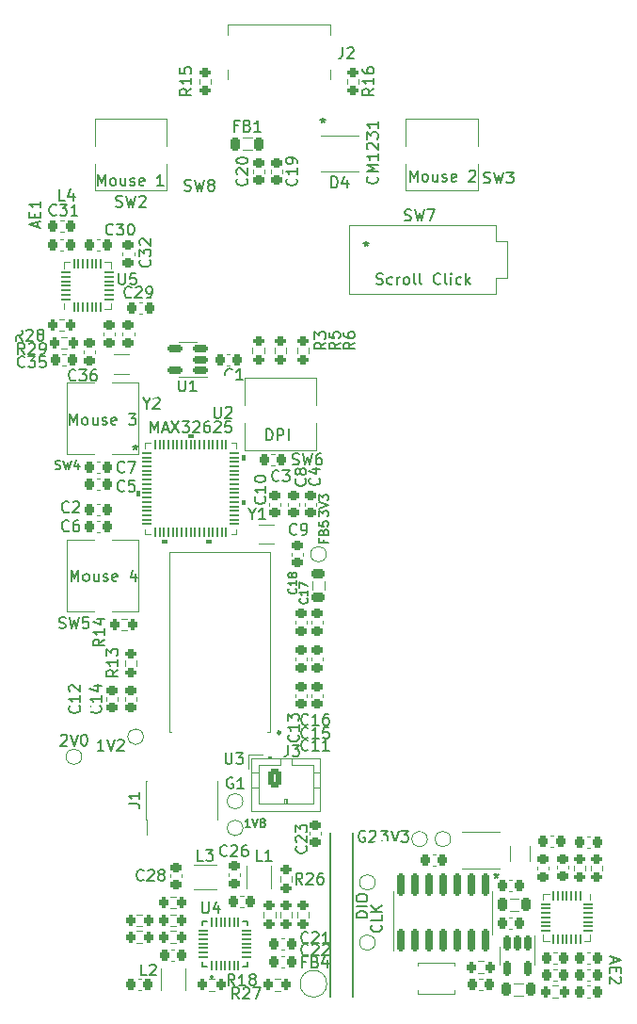
<source format=gbr>
%TF.GenerationSoftware,KiCad,Pcbnew,(6.0.4)*%
%TF.CreationDate,2022-05-12T22:13:07-04:00*%
%TF.ProjectId,Mouse V1,4d6f7573-6520-4563-912e-6b696361645f,V2.0*%
%TF.SameCoordinates,Original*%
%TF.FileFunction,Legend,Top*%
%TF.FilePolarity,Positive*%
%FSLAX46Y46*%
G04 Gerber Fmt 4.6, Leading zero omitted, Abs format (unit mm)*
G04 Created by KiCad (PCBNEW (6.0.4)) date 2022-05-12 22:13:07*
%MOMM*%
%LPD*%
G01*
G04 APERTURE LIST*
G04 Aperture macros list*
%AMRoundRect*
0 Rectangle with rounded corners*
0 $1 Rounding radius*
0 $2 $3 $4 $5 $6 $7 $8 $9 X,Y pos of 4 corners*
0 Add a 4 corners polygon primitive as box body*
4,1,4,$2,$3,$4,$5,$6,$7,$8,$9,$2,$3,0*
0 Add four circle primitives for the rounded corners*
1,1,$1+$1,$2,$3*
1,1,$1+$1,$4,$5*
1,1,$1+$1,$6,$7*
1,1,$1+$1,$8,$9*
0 Add four rect primitives between the rounded corners*
20,1,$1+$1,$2,$3,$4,$5,0*
20,1,$1+$1,$4,$5,$6,$7,0*
20,1,$1+$1,$6,$7,$8,$9,0*
20,1,$1+$1,$8,$9,$2,$3,0*%
G04 Aperture macros list end*
%ADD10C,0.150000*%
%ADD11C,0.120000*%
%ADD12C,0.127000*%
%ADD13C,0.200000*%
%ADD14C,0.100000*%
%ADD15C,0.239605*%
%ADD16RoundRect,0.225000X-0.250000X0.225000X-0.250000X-0.225000X0.250000X-0.225000X0.250000X0.225000X0*%
%ADD17R,0.740000X2.400000*%
%ADD18RoundRect,0.218750X0.218750X0.256250X-0.218750X0.256250X-0.218750X-0.256250X0.218750X-0.256250X0*%
%ADD19RoundRect,0.225000X0.225000X0.250000X-0.225000X0.250000X-0.225000X-0.250000X0.225000X-0.250000X0*%
%ADD20C,1.000000*%
%ADD21RoundRect,0.200000X0.200000X0.275000X-0.200000X0.275000X-0.200000X-0.275000X0.200000X-0.275000X0*%
%ADD22C,1.701800*%
%ADD23RoundRect,0.200000X-0.275000X0.200000X-0.275000X-0.200000X0.275000X-0.200000X0.275000X0.200000X0*%
%ADD24RoundRect,0.200000X-0.200000X-0.275000X0.200000X-0.275000X0.200000X0.275000X-0.200000X0.275000X0*%
%ADD25RoundRect,0.150000X0.512500X0.150000X-0.512500X0.150000X-0.512500X-0.150000X0.512500X-0.150000X0*%
%ADD26R,1.000000X1.800000*%
%ADD27RoundRect,0.218750X0.218750X0.381250X-0.218750X0.381250X-0.218750X-0.381250X0.218750X-0.381250X0*%
%ADD28RoundRect,0.225000X-0.225000X-0.250000X0.225000X-0.250000X0.225000X0.250000X-0.225000X0.250000X0*%
%ADD29RoundRect,0.050000X-0.050000X0.387500X-0.050000X-0.387500X0.050000X-0.387500X0.050000X0.387500X0*%
%ADD30RoundRect,0.050000X-0.387500X0.050000X-0.387500X-0.050000X0.387500X-0.050000X0.387500X0.050000X0*%
%ADD31R,2.600000X2.600000*%
%ADD32O,2.500000X1.500000*%
%ADD33C,1.500000*%
%ADD34RoundRect,0.050000X0.050000X-0.387500X0.050000X0.387500X-0.050000X0.387500X-0.050000X-0.387500X0*%
%ADD35RoundRect,0.050000X0.387500X-0.050000X0.387500X0.050000X-0.387500X0.050000X-0.387500X-0.050000X0*%
%ADD36RoundRect,0.225000X0.250000X-0.225000X0.250000X0.225000X-0.250000X0.225000X-0.250000X-0.225000X0*%
%ADD37RoundRect,0.055000X-0.055000X0.375000X-0.055000X-0.375000X0.055000X-0.375000X0.055000X0.375000X0*%
%ADD38RoundRect,0.055000X0.375000X0.055000X-0.375000X0.055000X-0.375000X-0.055000X0.375000X-0.055000X0*%
%ADD39RoundRect,0.250000X-0.350000X-0.625000X0.350000X-0.625000X0.350000X0.625000X-0.350000X0.625000X0*%
%ADD40O,1.200000X1.750000*%
%ADD41RoundRect,0.200000X0.275000X-0.200000X0.275000X0.200000X-0.275000X0.200000X-0.275000X-0.200000X0*%
%ADD42RoundRect,0.150000X0.150000X-0.825000X0.150000X0.825000X-0.150000X0.825000X-0.150000X-0.825000X0*%
%ADD43RoundRect,0.218750X-0.218750X-0.381250X0.218750X-0.381250X0.218750X0.381250X-0.218750X0.381250X0*%
%ADD44R,1.800000X1.000000*%
%ADD45R,2.000000X0.650000*%
%ADD46C,1.498600*%
%ADD47C,2.000000*%
%ADD48RoundRect,0.150000X-0.150000X0.512500X-0.150000X-0.512500X0.150000X-0.512500X0.150000X0.512500X0*%
%ADD49RoundRect,0.218750X-0.381250X0.218750X-0.381250X-0.218750X0.381250X-0.218750X0.381250X0.218750X0*%
%ADD50R,1.309599X0.558000*%
%ADD51RoundRect,0.218750X-0.218750X-0.256250X0.218750X-0.256250X0.218750X0.256250X-0.218750X0.256250X0*%
%ADD52R,1.000000X2.000000*%
%ADD53O,0.850000X0.600000*%
%ADD54C,0.600000*%
%ADD55R,0.520000X1.000000*%
%ADD56R,0.270000X1.000000*%
%ADD57O,1.300000X2.600000*%
%ADD58O,1.300000X2.300000*%
%ADD59R,0.650000X2.000000*%
%ADD60RoundRect,0.051000X0.352999X-0.051000X0.352999X0.051000X-0.352999X0.051000X-0.352999X-0.051000X0*%
%ADD61RoundRect,0.051000X-0.352999X0.051000X-0.352999X-0.051000X0.352999X-0.051000X0.352999X0.051000X0*%
%ADD62RoundRect,0.051000X-0.051000X-0.352999X0.051000X-0.352999X0.051000X0.352999X-0.051000X0.352999X0*%
%ADD63R,6.248400X6.248400*%
%ADD64C,0.800000*%
%ADD65R,0.900000X1.700000*%
%ADD66R,1.400000X1.400000*%
%ADD67C,1.400000*%
%ADD68C,0.900000*%
%ADD69C,1.100000*%
%ADD70O,3.500000X1.900000*%
G04 APERTURE END LIST*
D10*
X139000000Y-151800000D02*
X139000000Y-137000000D01*
X141000000Y-151800000D02*
X141000000Y-137000000D01*
%TO.C,C9*%
X135933333Y-110157142D02*
X135885714Y-110204761D01*
X135742857Y-110252380D01*
X135647619Y-110252380D01*
X135504761Y-110204761D01*
X135409523Y-110109523D01*
X135361904Y-110014285D01*
X135314285Y-109823809D01*
X135314285Y-109680952D01*
X135361904Y-109490476D01*
X135409523Y-109395238D01*
X135504761Y-109300000D01*
X135647619Y-109252380D01*
X135742857Y-109252380D01*
X135885714Y-109300000D01*
X135933333Y-109347619D01*
X136409523Y-110252380D02*
X136600000Y-110252380D01*
X136695238Y-110204761D01*
X136742857Y-110157142D01*
X136838095Y-110014285D01*
X136885714Y-109823809D01*
X136885714Y-109442857D01*
X136838095Y-109347619D01*
X136790476Y-109300000D01*
X136695238Y-109252380D01*
X136504761Y-109252380D01*
X136409523Y-109300000D01*
X136361904Y-109347619D01*
X136314285Y-109442857D01*
X136314285Y-109680952D01*
X136361904Y-109776190D01*
X136409523Y-109823809D01*
X136504761Y-109871428D01*
X136695238Y-109871428D01*
X136790476Y-109823809D01*
X136838095Y-109776190D01*
X136885714Y-109680952D01*
%TO.C,J1*%
X120817380Y-134433333D02*
X121531666Y-134433333D01*
X121674523Y-134480952D01*
X121769761Y-134576190D01*
X121817380Y-134719047D01*
X121817380Y-134814285D01*
X121817380Y-133433333D02*
X121817380Y-134004761D01*
X121817380Y-133719047D02*
X120817380Y-133719047D01*
X120960238Y-133814285D01*
X121055476Y-133909523D01*
X121103095Y-134004761D01*
%TO.C,1V2*%
X118580952Y-129652380D02*
X118009523Y-129652380D01*
X118295238Y-129652380D02*
X118295238Y-128652380D01*
X118200000Y-128795238D01*
X118104761Y-128890476D01*
X118009523Y-128938095D01*
X118866666Y-128652380D02*
X119200000Y-129652380D01*
X119533333Y-128652380D01*
X119819047Y-128747619D02*
X119866666Y-128700000D01*
X119961904Y-128652380D01*
X120200000Y-128652380D01*
X120295238Y-128700000D01*
X120342857Y-128747619D01*
X120390476Y-128842857D01*
X120390476Y-128938095D01*
X120342857Y-129080952D01*
X119771428Y-129652380D01*
X120390476Y-129652380D01*
%TO.C,G2*%
X142068971Y-136900000D02*
X141973733Y-136852380D01*
X141830876Y-136852380D01*
X141688018Y-136900000D01*
X141592780Y-136995238D01*
X141545161Y-137090476D01*
X141497542Y-137280952D01*
X141497542Y-137423809D01*
X141545161Y-137614285D01*
X141592780Y-137709523D01*
X141688018Y-137804761D01*
X141830876Y-137852380D01*
X141926114Y-137852380D01*
X142068971Y-137804761D01*
X142116590Y-137757142D01*
X142116590Y-137423809D01*
X141926114Y-137423809D01*
X142497542Y-136947619D02*
X142545161Y-136900000D01*
X142640399Y-136852380D01*
X142878495Y-136852380D01*
X142973733Y-136900000D01*
X143021352Y-136947619D01*
X143068971Y-137042857D01*
X143068971Y-137138095D01*
X143021352Y-137280952D01*
X142449923Y-137852380D01*
X143068971Y-137852380D01*
%TO.C,SW7*%
X145676666Y-81974761D02*
X145819523Y-82022380D01*
X146057619Y-82022380D01*
X146152857Y-81974761D01*
X146200476Y-81927142D01*
X146248095Y-81831904D01*
X146248095Y-81736666D01*
X146200476Y-81641428D01*
X146152857Y-81593809D01*
X146057619Y-81546190D01*
X145867142Y-81498571D01*
X145771904Y-81450952D01*
X145724285Y-81403333D01*
X145676666Y-81308095D01*
X145676666Y-81212857D01*
X145724285Y-81117619D01*
X145771904Y-81070000D01*
X145867142Y-81022380D01*
X146105238Y-81022380D01*
X146248095Y-81070000D01*
X146581428Y-81022380D02*
X146819523Y-82022380D01*
X147010000Y-81308095D01*
X147200476Y-82022380D01*
X147438571Y-81022380D01*
X147724285Y-81022380D02*
X148390952Y-81022380D01*
X147962380Y-82022380D01*
X143125714Y-87714761D02*
X143268571Y-87762380D01*
X143506666Y-87762380D01*
X143601904Y-87714761D01*
X143649523Y-87667142D01*
X143697142Y-87571904D01*
X143697142Y-87476666D01*
X143649523Y-87381428D01*
X143601904Y-87333809D01*
X143506666Y-87286190D01*
X143316190Y-87238571D01*
X143220952Y-87190952D01*
X143173333Y-87143333D01*
X143125714Y-87048095D01*
X143125714Y-86952857D01*
X143173333Y-86857619D01*
X143220952Y-86810000D01*
X143316190Y-86762380D01*
X143554285Y-86762380D01*
X143697142Y-86810000D01*
X144554285Y-87714761D02*
X144459047Y-87762380D01*
X144268571Y-87762380D01*
X144173333Y-87714761D01*
X144125714Y-87667142D01*
X144078095Y-87571904D01*
X144078095Y-87286190D01*
X144125714Y-87190952D01*
X144173333Y-87143333D01*
X144268571Y-87095714D01*
X144459047Y-87095714D01*
X144554285Y-87143333D01*
X144982857Y-87762380D02*
X144982857Y-87095714D01*
X144982857Y-87286190D02*
X145030476Y-87190952D01*
X145078095Y-87143333D01*
X145173333Y-87095714D01*
X145268571Y-87095714D01*
X145744761Y-87762380D02*
X145649523Y-87714761D01*
X145601904Y-87667142D01*
X145554285Y-87571904D01*
X145554285Y-87286190D01*
X145601904Y-87190952D01*
X145649523Y-87143333D01*
X145744761Y-87095714D01*
X145887619Y-87095714D01*
X145982857Y-87143333D01*
X146030476Y-87190952D01*
X146078095Y-87286190D01*
X146078095Y-87571904D01*
X146030476Y-87667142D01*
X145982857Y-87714761D01*
X145887619Y-87762380D01*
X145744761Y-87762380D01*
X146649523Y-87762380D02*
X146554285Y-87714761D01*
X146506666Y-87619523D01*
X146506666Y-86762380D01*
X147173333Y-87762380D02*
X147078095Y-87714761D01*
X147030476Y-87619523D01*
X147030476Y-86762380D01*
X148887619Y-87667142D02*
X148840000Y-87714761D01*
X148697142Y-87762380D01*
X148601904Y-87762380D01*
X148459047Y-87714761D01*
X148363809Y-87619523D01*
X148316190Y-87524285D01*
X148268571Y-87333809D01*
X148268571Y-87190952D01*
X148316190Y-87000476D01*
X148363809Y-86905238D01*
X148459047Y-86810000D01*
X148601904Y-86762380D01*
X148697142Y-86762380D01*
X148840000Y-86810000D01*
X148887619Y-86857619D01*
X149459047Y-87762380D02*
X149363809Y-87714761D01*
X149316190Y-87619523D01*
X149316190Y-86762380D01*
X149840000Y-87762380D02*
X149840000Y-87095714D01*
X149840000Y-86762380D02*
X149792380Y-86810000D01*
X149840000Y-86857619D01*
X149887619Y-86810000D01*
X149840000Y-86762380D01*
X149840000Y-86857619D01*
X150744761Y-87714761D02*
X150649523Y-87762380D01*
X150459047Y-87762380D01*
X150363809Y-87714761D01*
X150316190Y-87667142D01*
X150268571Y-87571904D01*
X150268571Y-87286190D01*
X150316190Y-87190952D01*
X150363809Y-87143333D01*
X150459047Y-87095714D01*
X150649523Y-87095714D01*
X150744761Y-87143333D01*
X151173333Y-87762380D02*
X151173333Y-86762380D01*
X151268571Y-87381428D02*
X151554285Y-87762380D01*
X151554285Y-87095714D02*
X151173333Y-87476666D01*
X142200000Y-83852380D02*
X142200000Y-84090476D01*
X141961904Y-83995238D02*
X142200000Y-84090476D01*
X142438095Y-83995238D01*
X142057142Y-84280952D02*
X142200000Y-84090476D01*
X142342857Y-84280952D01*
%TO.C,R6*%
X141152380Y-92966666D02*
X140676190Y-93300000D01*
X141152380Y-93538095D02*
X140152380Y-93538095D01*
X140152380Y-93157142D01*
X140200000Y-93061904D01*
X140247619Y-93014285D01*
X140342857Y-92966666D01*
X140485714Y-92966666D01*
X140580952Y-93014285D01*
X140628571Y-93061904D01*
X140676190Y-93157142D01*
X140676190Y-93538095D01*
X140152380Y-92109523D02*
X140152380Y-92300000D01*
X140200000Y-92395238D01*
X140247619Y-92442857D01*
X140390476Y-92538095D01*
X140580952Y-92585714D01*
X140961904Y-92585714D01*
X141057142Y-92538095D01*
X141104761Y-92490476D01*
X141152380Y-92395238D01*
X141152380Y-92204761D01*
X141104761Y-92109523D01*
X141057142Y-92061904D01*
X140961904Y-92014285D01*
X140723809Y-92014285D01*
X140628571Y-92061904D01*
X140580952Y-92109523D01*
X140533333Y-92204761D01*
X140533333Y-92395238D01*
X140580952Y-92490476D01*
X140628571Y-92538095D01*
X140723809Y-92585714D01*
%TO.C,R14*%
X118652380Y-119642857D02*
X118176190Y-119976190D01*
X118652380Y-120214285D02*
X117652380Y-120214285D01*
X117652380Y-119833333D01*
X117700000Y-119738095D01*
X117747619Y-119690476D01*
X117842857Y-119642857D01*
X117985714Y-119642857D01*
X118080952Y-119690476D01*
X118128571Y-119738095D01*
X118176190Y-119833333D01*
X118176190Y-120214285D01*
X118652380Y-118690476D02*
X118652380Y-119261904D01*
X118652380Y-118976190D02*
X117652380Y-118976190D01*
X117795238Y-119071428D01*
X117890476Y-119166666D01*
X117938095Y-119261904D01*
X117985714Y-117833333D02*
X118652380Y-117833333D01*
X117604761Y-118071428D02*
X118319047Y-118309523D01*
X118319047Y-117690476D01*
%TO.C,C12*%
X116357142Y-125642857D02*
X116404761Y-125690476D01*
X116452380Y-125833333D01*
X116452380Y-125928571D01*
X116404761Y-126071428D01*
X116309523Y-126166666D01*
X116214285Y-126214285D01*
X116023809Y-126261904D01*
X115880952Y-126261904D01*
X115690476Y-126214285D01*
X115595238Y-126166666D01*
X115500000Y-126071428D01*
X115452380Y-125928571D01*
X115452380Y-125833333D01*
X115500000Y-125690476D01*
X115547619Y-125642857D01*
X116452380Y-124690476D02*
X116452380Y-125261904D01*
X116452380Y-124976190D02*
X115452380Y-124976190D01*
X115595238Y-125071428D01*
X115690476Y-125166666D01*
X115738095Y-125261904D01*
X115547619Y-124309523D02*
X115500000Y-124261904D01*
X115452380Y-124166666D01*
X115452380Y-123928571D01*
X115500000Y-123833333D01*
X115547619Y-123785714D01*
X115642857Y-123738095D01*
X115738095Y-123738095D01*
X115880952Y-123785714D01*
X116452380Y-124357142D01*
X116452380Y-123738095D01*
%TO.C,U1*%
X125338095Y-96352380D02*
X125338095Y-97161904D01*
X125385714Y-97257142D01*
X125433333Y-97304761D01*
X125528571Y-97352380D01*
X125719047Y-97352380D01*
X125814285Y-97304761D01*
X125861904Y-97257142D01*
X125909523Y-97161904D01*
X125909523Y-96352380D01*
X126909523Y-97352380D02*
X126338095Y-97352380D01*
X126623809Y-97352380D02*
X126623809Y-96352380D01*
X126528571Y-96495238D01*
X126433333Y-96590476D01*
X126338095Y-96638095D01*
%TO.C,C28*%
X122157142Y-141257142D02*
X122109523Y-141304761D01*
X121966666Y-141352380D01*
X121871428Y-141352380D01*
X121728571Y-141304761D01*
X121633333Y-141209523D01*
X121585714Y-141114285D01*
X121538095Y-140923809D01*
X121538095Y-140780952D01*
X121585714Y-140590476D01*
X121633333Y-140495238D01*
X121728571Y-140400000D01*
X121871428Y-140352380D01*
X121966666Y-140352380D01*
X122109523Y-140400000D01*
X122157142Y-140447619D01*
X122538095Y-140447619D02*
X122585714Y-140400000D01*
X122680952Y-140352380D01*
X122919047Y-140352380D01*
X123014285Y-140400000D01*
X123061904Y-140447619D01*
X123109523Y-140542857D01*
X123109523Y-140638095D01*
X123061904Y-140780952D01*
X122490476Y-141352380D01*
X123109523Y-141352380D01*
X123680952Y-140780952D02*
X123585714Y-140733333D01*
X123538095Y-140685714D01*
X123490476Y-140590476D01*
X123490476Y-140542857D01*
X123538095Y-140447619D01*
X123585714Y-140400000D01*
X123680952Y-140352380D01*
X123871428Y-140352380D01*
X123966666Y-140400000D01*
X124014285Y-140447619D01*
X124061904Y-140542857D01*
X124061904Y-140590476D01*
X124014285Y-140685714D01*
X123966666Y-140733333D01*
X123871428Y-140780952D01*
X123680952Y-140780952D01*
X123585714Y-140828571D01*
X123538095Y-140876190D01*
X123490476Y-140971428D01*
X123490476Y-141161904D01*
X123538095Y-141257142D01*
X123585714Y-141304761D01*
X123680952Y-141352380D01*
X123871428Y-141352380D01*
X123966666Y-141304761D01*
X124014285Y-141257142D01*
X124061904Y-141161904D01*
X124061904Y-140971428D01*
X124014285Y-140876190D01*
X123966666Y-140828571D01*
X123871428Y-140780952D01*
%TO.C,Y2*%
X122423809Y-98426190D02*
X122423809Y-98902380D01*
X122090476Y-97902380D02*
X122423809Y-98426190D01*
X122757142Y-97902380D01*
X123042857Y-97997619D02*
X123090476Y-97950000D01*
X123185714Y-97902380D01*
X123423809Y-97902380D01*
X123519047Y-97950000D01*
X123566666Y-97997619D01*
X123614285Y-98092857D01*
X123614285Y-98188095D01*
X123566666Y-98330952D01*
X122995238Y-98902380D01*
X123614285Y-98902380D01*
%TO.C,C3*%
X134333333Y-105357142D02*
X134285714Y-105404761D01*
X134142857Y-105452380D01*
X134047619Y-105452380D01*
X133904761Y-105404761D01*
X133809523Y-105309523D01*
X133761904Y-105214285D01*
X133714285Y-105023809D01*
X133714285Y-104880952D01*
X133761904Y-104690476D01*
X133809523Y-104595238D01*
X133904761Y-104500000D01*
X134047619Y-104452380D01*
X134142857Y-104452380D01*
X134285714Y-104500000D01*
X134333333Y-104547619D01*
X134666666Y-104452380D02*
X135285714Y-104452380D01*
X134952380Y-104833333D01*
X135095238Y-104833333D01*
X135190476Y-104880952D01*
X135238095Y-104928571D01*
X135285714Y-105023809D01*
X135285714Y-105261904D01*
X135238095Y-105357142D01*
X135190476Y-105404761D01*
X135095238Y-105452380D01*
X134809523Y-105452380D01*
X134714285Y-105404761D01*
X134666666Y-105357142D01*
%TO.C,R28*%
X111257142Y-92802380D02*
X110923809Y-92326190D01*
X110685714Y-92802380D02*
X110685714Y-91802380D01*
X111066666Y-91802380D01*
X111161904Y-91850000D01*
X111209523Y-91897619D01*
X111257142Y-91992857D01*
X111257142Y-92135714D01*
X111209523Y-92230952D01*
X111161904Y-92278571D01*
X111066666Y-92326190D01*
X110685714Y-92326190D01*
X111638095Y-91897619D02*
X111685714Y-91850000D01*
X111780952Y-91802380D01*
X112019047Y-91802380D01*
X112114285Y-91850000D01*
X112161904Y-91897619D01*
X112209523Y-91992857D01*
X112209523Y-92088095D01*
X112161904Y-92230952D01*
X111590476Y-92802380D01*
X112209523Y-92802380D01*
X112780952Y-92230952D02*
X112685714Y-92183333D01*
X112638095Y-92135714D01*
X112590476Y-92040476D01*
X112590476Y-91992857D01*
X112638095Y-91897619D01*
X112685714Y-91850000D01*
X112780952Y-91802380D01*
X112971428Y-91802380D01*
X113066666Y-91850000D01*
X113114285Y-91897619D01*
X113161904Y-91992857D01*
X113161904Y-92040476D01*
X113114285Y-92135714D01*
X113066666Y-92183333D01*
X112971428Y-92230952D01*
X112780952Y-92230952D01*
X112685714Y-92278571D01*
X112638095Y-92326190D01*
X112590476Y-92421428D01*
X112590476Y-92611904D01*
X112638095Y-92707142D01*
X112685714Y-92754761D01*
X112780952Y-92802380D01*
X112971428Y-92802380D01*
X113066666Y-92754761D01*
X113114285Y-92707142D01*
X113161904Y-92611904D01*
X113161904Y-92421428D01*
X113114285Y-92326190D01*
X113066666Y-92278571D01*
X112971428Y-92230952D01*
%TO.C,AE1*%
X112616666Y-82616666D02*
X112616666Y-82140476D01*
X112902380Y-82711904D02*
X111902380Y-82378571D01*
X112902380Y-82045238D01*
X112378571Y-81711904D02*
X112378571Y-81378571D01*
X112902380Y-81235714D02*
X112902380Y-81711904D01*
X111902380Y-81711904D01*
X111902380Y-81235714D01*
X112902380Y-80283333D02*
X112902380Y-80854761D01*
X112902380Y-80569047D02*
X111902380Y-80569047D01*
X112045238Y-80664285D01*
X112140476Y-80759523D01*
X112188095Y-80854761D01*
%TO.C,SW8*%
X125865060Y-79305249D02*
X126008089Y-79352926D01*
X126246471Y-79352926D01*
X126341824Y-79305249D01*
X126389500Y-79257573D01*
X126437177Y-79162220D01*
X126437177Y-79066867D01*
X126389500Y-78971514D01*
X126341824Y-78923838D01*
X126246471Y-78876161D01*
X126055765Y-78828485D01*
X125960412Y-78780808D01*
X125912736Y-78733132D01*
X125865060Y-78637779D01*
X125865060Y-78542426D01*
X125912736Y-78447073D01*
X125960412Y-78399397D01*
X126055765Y-78351721D01*
X126294147Y-78351721D01*
X126437177Y-78399397D01*
X126770912Y-78351721D02*
X127009294Y-79352926D01*
X127200000Y-78637779D01*
X127390705Y-79352926D01*
X127629087Y-78351721D01*
X128153528Y-78780808D02*
X128058175Y-78733132D01*
X128010499Y-78685456D01*
X127962822Y-78590103D01*
X127962822Y-78542426D01*
X128010499Y-78447073D01*
X128058175Y-78399397D01*
X128153528Y-78351721D01*
X128344234Y-78351721D01*
X128439587Y-78399397D01*
X128487263Y-78447073D01*
X128534940Y-78542426D01*
X128534940Y-78590103D01*
X128487263Y-78685456D01*
X128439587Y-78733132D01*
X128344234Y-78780808D01*
X128153528Y-78780808D01*
X128058175Y-78828485D01*
X128010499Y-78876161D01*
X127962822Y-78971514D01*
X127962822Y-79162220D01*
X128010499Y-79257573D01*
X128058175Y-79305249D01*
X128153528Y-79352926D01*
X128344234Y-79352926D01*
X128439587Y-79305249D01*
X128487263Y-79257573D01*
X128534940Y-79162220D01*
X128534940Y-78971514D01*
X128487263Y-78876161D01*
X128439587Y-78828485D01*
X128344234Y-78780808D01*
%TO.C,U5*%
X119938095Y-86752380D02*
X119938095Y-87561904D01*
X119985714Y-87657142D01*
X120033333Y-87704761D01*
X120128571Y-87752380D01*
X120319047Y-87752380D01*
X120414285Y-87704761D01*
X120461904Y-87657142D01*
X120509523Y-87561904D01*
X120509523Y-86752380D01*
X121461904Y-86752380D02*
X120985714Y-86752380D01*
X120938095Y-87228571D01*
X120985714Y-87180952D01*
X121080952Y-87133333D01*
X121319047Y-87133333D01*
X121414285Y-87180952D01*
X121461904Y-87228571D01*
X121509523Y-87323809D01*
X121509523Y-87561904D01*
X121461904Y-87657142D01*
X121414285Y-87704761D01*
X121319047Y-87752380D01*
X121080952Y-87752380D01*
X120985714Y-87704761D01*
X120938095Y-87657142D01*
%TO.C,R16*%
X142882380Y-70142857D02*
X142406190Y-70476190D01*
X142882380Y-70714285D02*
X141882380Y-70714285D01*
X141882380Y-70333333D01*
X141930000Y-70238095D01*
X141977619Y-70190476D01*
X142072857Y-70142857D01*
X142215714Y-70142857D01*
X142310952Y-70190476D01*
X142358571Y-70238095D01*
X142406190Y-70333333D01*
X142406190Y-70714285D01*
X142882380Y-69190476D02*
X142882380Y-69761904D01*
X142882380Y-69476190D02*
X141882380Y-69476190D01*
X142025238Y-69571428D01*
X142120476Y-69666666D01*
X142168095Y-69761904D01*
X141882380Y-68333333D02*
X141882380Y-68523809D01*
X141930000Y-68619047D01*
X141977619Y-68666666D01*
X142120476Y-68761904D01*
X142310952Y-68809523D01*
X142691904Y-68809523D01*
X142787142Y-68761904D01*
X142834761Y-68714285D01*
X142882380Y-68619047D01*
X142882380Y-68428571D01*
X142834761Y-68333333D01*
X142787142Y-68285714D01*
X142691904Y-68238095D01*
X142453809Y-68238095D01*
X142358571Y-68285714D01*
X142310952Y-68333333D01*
X142263333Y-68428571D01*
X142263333Y-68619047D01*
X142310952Y-68714285D01*
X142358571Y-68761904D01*
X142453809Y-68809523D01*
%TO.C,CLK*%
X143507142Y-145345238D02*
X143554761Y-145392857D01*
X143602380Y-145535714D01*
X143602380Y-145630952D01*
X143554761Y-145773809D01*
X143459523Y-145869047D01*
X143364285Y-145916666D01*
X143173809Y-145964285D01*
X143030952Y-145964285D01*
X142840476Y-145916666D01*
X142745238Y-145869047D01*
X142650000Y-145773809D01*
X142602380Y-145630952D01*
X142602380Y-145535714D01*
X142650000Y-145392857D01*
X142697619Y-145345238D01*
X143602380Y-144440476D02*
X143602380Y-144916666D01*
X142602380Y-144916666D01*
X143602380Y-144107142D02*
X142602380Y-144107142D01*
X143602380Y-143535714D02*
X143030952Y-143964285D01*
X142602380Y-143535714D02*
X143173809Y-144107142D01*
%TO.C,AE2*%
X164433333Y-148246551D02*
X164433333Y-148722741D01*
X164147619Y-148151313D02*
X165147619Y-148484646D01*
X164147619Y-148817979D01*
X164671428Y-149151313D02*
X164671428Y-149484646D01*
X164147619Y-149627503D02*
X164147619Y-149151313D01*
X165147619Y-149151313D01*
X165147619Y-149627503D01*
X165052380Y-150008456D02*
X165100000Y-150056075D01*
X165147619Y-150151313D01*
X165147619Y-150389408D01*
X165100000Y-150484646D01*
X165052380Y-150532265D01*
X164957142Y-150579884D01*
X164861904Y-150579884D01*
X164719047Y-150532265D01*
X164147619Y-149960837D01*
X164147619Y-150579884D01*
%TO.C,U4*%
X127438095Y-143252380D02*
X127438095Y-144061904D01*
X127485714Y-144157142D01*
X127533333Y-144204761D01*
X127628571Y-144252380D01*
X127819047Y-144252380D01*
X127914285Y-144204761D01*
X127961904Y-144157142D01*
X128009523Y-144061904D01*
X128009523Y-143252380D01*
X128914285Y-143585714D02*
X128914285Y-144252380D01*
X128676190Y-143204761D02*
X128438095Y-143919047D01*
X129057142Y-143919047D01*
%TO.C,J3*%
X135166666Y-129152380D02*
X135166666Y-129866666D01*
X135119047Y-130009523D01*
X135023809Y-130104761D01*
X134880952Y-130152380D01*
X134785714Y-130152380D01*
X135547619Y-129152380D02*
X136166666Y-129152380D01*
X135833333Y-129533333D01*
X135976190Y-129533333D01*
X136071428Y-129580952D01*
X136119047Y-129628571D01*
X136166666Y-129723809D01*
X136166666Y-129961904D01*
X136119047Y-130057142D01*
X136071428Y-130104761D01*
X135976190Y-130152380D01*
X135690476Y-130152380D01*
X135595238Y-130104761D01*
X135547619Y-130057142D01*
%TO.C,R18*%
X130357142Y-150752380D02*
X130023809Y-150276190D01*
X129785714Y-150752380D02*
X129785714Y-149752380D01*
X130166666Y-149752380D01*
X130261904Y-149800000D01*
X130309523Y-149847619D01*
X130357142Y-149942857D01*
X130357142Y-150085714D01*
X130309523Y-150180952D01*
X130261904Y-150228571D01*
X130166666Y-150276190D01*
X129785714Y-150276190D01*
X131309523Y-150752380D02*
X130738095Y-150752380D01*
X131023809Y-150752380D02*
X131023809Y-149752380D01*
X130928571Y-149895238D01*
X130833333Y-149990476D01*
X130738095Y-150038095D01*
X131880952Y-150180952D02*
X131785714Y-150133333D01*
X131738095Y-150085714D01*
X131690476Y-149990476D01*
X131690476Y-149942857D01*
X131738095Y-149847619D01*
X131785714Y-149800000D01*
X131880952Y-149752380D01*
X132071428Y-149752380D01*
X132166666Y-149800000D01*
X132214285Y-149847619D01*
X132261904Y-149942857D01*
X132261904Y-149990476D01*
X132214285Y-150085714D01*
X132166666Y-150133333D01*
X132071428Y-150180952D01*
X131880952Y-150180952D01*
X131785714Y-150228571D01*
X131738095Y-150276190D01*
X131690476Y-150371428D01*
X131690476Y-150561904D01*
X131738095Y-150657142D01*
X131785714Y-150704761D01*
X131880952Y-150752380D01*
X132071428Y-150752380D01*
X132166666Y-150704761D01*
X132214285Y-150657142D01*
X132261904Y-150561904D01*
X132261904Y-150371428D01*
X132214285Y-150276190D01*
X132166666Y-150228571D01*
X132071428Y-150180952D01*
%TO.C,C16*%
X136957142Y-127257142D02*
X136909523Y-127304761D01*
X136766666Y-127352380D01*
X136671428Y-127352380D01*
X136528571Y-127304761D01*
X136433333Y-127209523D01*
X136385714Y-127114285D01*
X136338095Y-126923809D01*
X136338095Y-126780952D01*
X136385714Y-126590476D01*
X136433333Y-126495238D01*
X136528571Y-126400000D01*
X136671428Y-126352380D01*
X136766666Y-126352380D01*
X136909523Y-126400000D01*
X136957142Y-126447619D01*
X137909523Y-127352380D02*
X137338095Y-127352380D01*
X137623809Y-127352380D02*
X137623809Y-126352380D01*
X137528571Y-126495238D01*
X137433333Y-126590476D01*
X137338095Y-126638095D01*
X138766666Y-126352380D02*
X138576190Y-126352380D01*
X138480952Y-126400000D01*
X138433333Y-126447619D01*
X138338095Y-126590476D01*
X138290476Y-126780952D01*
X138290476Y-127161904D01*
X138338095Y-127257142D01*
X138385714Y-127304761D01*
X138480952Y-127352380D01*
X138671428Y-127352380D01*
X138766666Y-127304761D01*
X138814285Y-127257142D01*
X138861904Y-127161904D01*
X138861904Y-126923809D01*
X138814285Y-126828571D01*
X138766666Y-126780952D01*
X138671428Y-126733333D01*
X138480952Y-126733333D01*
X138385714Y-126780952D01*
X138338095Y-126828571D01*
X138290476Y-126923809D01*
%TO.C,1V8*%
X131735714Y-136539285D02*
X131307142Y-136539285D01*
X131521428Y-136539285D02*
X131521428Y-135789285D01*
X131450000Y-135896428D01*
X131378571Y-135967857D01*
X131307142Y-136003571D01*
X131950000Y-135789285D02*
X132200000Y-136539285D01*
X132450000Y-135789285D01*
X132807142Y-136110714D02*
X132735714Y-136075000D01*
X132700000Y-136039285D01*
X132664285Y-135967857D01*
X132664285Y-135932142D01*
X132700000Y-135860714D01*
X132735714Y-135825000D01*
X132807142Y-135789285D01*
X132950000Y-135789285D01*
X133021428Y-135825000D01*
X133057142Y-135860714D01*
X133092857Y-135932142D01*
X133092857Y-135967857D01*
X133057142Y-136039285D01*
X133021428Y-136075000D01*
X132950000Y-136110714D01*
X132807142Y-136110714D01*
X132735714Y-136146428D01*
X132700000Y-136182142D01*
X132664285Y-136253571D01*
X132664285Y-136396428D01*
X132700000Y-136467857D01*
X132735714Y-136503571D01*
X132807142Y-136539285D01*
X132950000Y-136539285D01*
X133021428Y-136503571D01*
X133057142Y-136467857D01*
X133092857Y-136396428D01*
X133092857Y-136253571D01*
X133057142Y-136182142D01*
X133021428Y-136146428D01*
X132950000Y-136110714D01*
%TO.C,C21*%
X136957142Y-146857142D02*
X136909523Y-146904761D01*
X136766666Y-146952380D01*
X136671428Y-146952380D01*
X136528571Y-146904761D01*
X136433333Y-146809523D01*
X136385714Y-146714285D01*
X136338095Y-146523809D01*
X136338095Y-146380952D01*
X136385714Y-146190476D01*
X136433333Y-146095238D01*
X136528571Y-146000000D01*
X136671428Y-145952380D01*
X136766666Y-145952380D01*
X136909523Y-146000000D01*
X136957142Y-146047619D01*
X137338095Y-146047619D02*
X137385714Y-146000000D01*
X137480952Y-145952380D01*
X137719047Y-145952380D01*
X137814285Y-146000000D01*
X137861904Y-146047619D01*
X137909523Y-146142857D01*
X137909523Y-146238095D01*
X137861904Y-146380952D01*
X137290476Y-146952380D01*
X137909523Y-146952380D01*
X138861904Y-146952380D02*
X138290476Y-146952380D01*
X138576190Y-146952380D02*
X138576190Y-145952380D01*
X138480952Y-146095238D01*
X138385714Y-146190476D01*
X138290476Y-146238095D01*
%TO.C,L2*%
X122433333Y-149852380D02*
X121957142Y-149852380D01*
X121957142Y-148852380D01*
X122719047Y-148947619D02*
X122766666Y-148900000D01*
X122861904Y-148852380D01*
X123100000Y-148852380D01*
X123195238Y-148900000D01*
X123242857Y-148947619D01*
X123290476Y-149042857D01*
X123290476Y-149138095D01*
X123242857Y-149280952D01*
X122671428Y-149852380D01*
X123290476Y-149852380D01*
%TO.C,SW3*%
X152766666Y-78604761D02*
X152909523Y-78652380D01*
X153147619Y-78652380D01*
X153242857Y-78604761D01*
X153290476Y-78557142D01*
X153338095Y-78461904D01*
X153338095Y-78366666D01*
X153290476Y-78271428D01*
X153242857Y-78223809D01*
X153147619Y-78176190D01*
X152957142Y-78128571D01*
X152861904Y-78080952D01*
X152814285Y-78033333D01*
X152766666Y-77938095D01*
X152766666Y-77842857D01*
X152814285Y-77747619D01*
X152861904Y-77700000D01*
X152957142Y-77652380D01*
X153195238Y-77652380D01*
X153338095Y-77700000D01*
X153671428Y-77652380D02*
X153909523Y-78652380D01*
X154100000Y-77938095D01*
X154290476Y-78652380D01*
X154528571Y-77652380D01*
X154814285Y-77652380D02*
X155433333Y-77652380D01*
X155100000Y-78033333D01*
X155242857Y-78033333D01*
X155338095Y-78080952D01*
X155385714Y-78128571D01*
X155433333Y-78223809D01*
X155433333Y-78461904D01*
X155385714Y-78557142D01*
X155338095Y-78604761D01*
X155242857Y-78652380D01*
X154957142Y-78652380D01*
X154861904Y-78604761D01*
X154814285Y-78557142D01*
X146131428Y-78492380D02*
X146131428Y-77492380D01*
X146464761Y-78206666D01*
X146798095Y-77492380D01*
X146798095Y-78492380D01*
X147417142Y-78492380D02*
X147321904Y-78444761D01*
X147274285Y-78397142D01*
X147226666Y-78301904D01*
X147226666Y-78016190D01*
X147274285Y-77920952D01*
X147321904Y-77873333D01*
X147417142Y-77825714D01*
X147560000Y-77825714D01*
X147655238Y-77873333D01*
X147702857Y-77920952D01*
X147750476Y-78016190D01*
X147750476Y-78301904D01*
X147702857Y-78397142D01*
X147655238Y-78444761D01*
X147560000Y-78492380D01*
X147417142Y-78492380D01*
X148607619Y-77825714D02*
X148607619Y-78492380D01*
X148179047Y-77825714D02*
X148179047Y-78349523D01*
X148226666Y-78444761D01*
X148321904Y-78492380D01*
X148464761Y-78492380D01*
X148560000Y-78444761D01*
X148607619Y-78397142D01*
X149036190Y-78444761D02*
X149131428Y-78492380D01*
X149321904Y-78492380D01*
X149417142Y-78444761D01*
X149464761Y-78349523D01*
X149464761Y-78301904D01*
X149417142Y-78206666D01*
X149321904Y-78159047D01*
X149179047Y-78159047D01*
X149083809Y-78111428D01*
X149036190Y-78016190D01*
X149036190Y-77968571D01*
X149083809Y-77873333D01*
X149179047Y-77825714D01*
X149321904Y-77825714D01*
X149417142Y-77873333D01*
X150274285Y-78444761D02*
X150179047Y-78492380D01*
X149988571Y-78492380D01*
X149893333Y-78444761D01*
X149845714Y-78349523D01*
X149845714Y-77968571D01*
X149893333Y-77873333D01*
X149988571Y-77825714D01*
X150179047Y-77825714D01*
X150274285Y-77873333D01*
X150321904Y-77968571D01*
X150321904Y-78063809D01*
X149845714Y-78159047D01*
X151464761Y-77587619D02*
X151512380Y-77540000D01*
X151607619Y-77492380D01*
X151845714Y-77492380D01*
X151940952Y-77540000D01*
X151988571Y-77587619D01*
X152036190Y-77682857D01*
X152036190Y-77778095D01*
X151988571Y-77920952D01*
X151417142Y-78492380D01*
X152036190Y-78492380D01*
%TO.C,SW6*%
X135566666Y-103904761D02*
X135709523Y-103952380D01*
X135947619Y-103952380D01*
X136042857Y-103904761D01*
X136090476Y-103857142D01*
X136138095Y-103761904D01*
X136138095Y-103666666D01*
X136090476Y-103571428D01*
X136042857Y-103523809D01*
X135947619Y-103476190D01*
X135757142Y-103428571D01*
X135661904Y-103380952D01*
X135614285Y-103333333D01*
X135566666Y-103238095D01*
X135566666Y-103142857D01*
X135614285Y-103047619D01*
X135661904Y-103000000D01*
X135757142Y-102952380D01*
X135995238Y-102952380D01*
X136138095Y-103000000D01*
X136471428Y-102952380D02*
X136709523Y-103952380D01*
X136900000Y-103238095D01*
X137090476Y-103952380D01*
X137328571Y-102952380D01*
X138138095Y-102952380D02*
X137947619Y-102952380D01*
X137852380Y-103000000D01*
X137804761Y-103047619D01*
X137709523Y-103190476D01*
X137661904Y-103380952D01*
X137661904Y-103761904D01*
X137709523Y-103857142D01*
X137757142Y-103904761D01*
X137852380Y-103952380D01*
X138042857Y-103952380D01*
X138138095Y-103904761D01*
X138185714Y-103857142D01*
X138233333Y-103761904D01*
X138233333Y-103523809D01*
X138185714Y-103428571D01*
X138138095Y-103380952D01*
X138042857Y-103333333D01*
X137852380Y-103333333D01*
X137757142Y-103380952D01*
X137709523Y-103428571D01*
X137661904Y-103523809D01*
X133200000Y-101752380D02*
X133200000Y-100752380D01*
X133438095Y-100752380D01*
X133580952Y-100800000D01*
X133676190Y-100895238D01*
X133723809Y-100990476D01*
X133771428Y-101180952D01*
X133771428Y-101323809D01*
X133723809Y-101514285D01*
X133676190Y-101609523D01*
X133580952Y-101704761D01*
X133438095Y-101752380D01*
X133200000Y-101752380D01*
X134200000Y-101752380D02*
X134200000Y-100752380D01*
X134580952Y-100752380D01*
X134676190Y-100800000D01*
X134723809Y-100847619D01*
X134771428Y-100942857D01*
X134771428Y-101085714D01*
X134723809Y-101180952D01*
X134676190Y-101228571D01*
X134580952Y-101276190D01*
X134200000Y-101276190D01*
X135200000Y-101752380D02*
X135200000Y-100752380D01*
%TO.C,C23*%
X136757142Y-138242857D02*
X136804761Y-138290476D01*
X136852380Y-138433333D01*
X136852380Y-138528571D01*
X136804761Y-138671428D01*
X136709523Y-138766666D01*
X136614285Y-138814285D01*
X136423809Y-138861904D01*
X136280952Y-138861904D01*
X136090476Y-138814285D01*
X135995238Y-138766666D01*
X135900000Y-138671428D01*
X135852380Y-138528571D01*
X135852380Y-138433333D01*
X135900000Y-138290476D01*
X135947619Y-138242857D01*
X135947619Y-137861904D02*
X135900000Y-137814285D01*
X135852380Y-137719047D01*
X135852380Y-137480952D01*
X135900000Y-137385714D01*
X135947619Y-137338095D01*
X136042857Y-137290476D01*
X136138095Y-137290476D01*
X136280952Y-137338095D01*
X136852380Y-137909523D01*
X136852380Y-137290476D01*
X135852380Y-136957142D02*
X135852380Y-136338095D01*
X136233333Y-136671428D01*
X136233333Y-136528571D01*
X136280952Y-136433333D01*
X136328571Y-136385714D01*
X136423809Y-136338095D01*
X136661904Y-136338095D01*
X136757142Y-136385714D01*
X136804761Y-136433333D01*
X136852380Y-136528571D01*
X136852380Y-136814285D01*
X136804761Y-136909523D01*
X136757142Y-136957142D01*
%TO.C,R15*%
X126452380Y-70142857D02*
X125976190Y-70476190D01*
X126452380Y-70714285D02*
X125452380Y-70714285D01*
X125452380Y-70333333D01*
X125500000Y-70238095D01*
X125547619Y-70190476D01*
X125642857Y-70142857D01*
X125785714Y-70142857D01*
X125880952Y-70190476D01*
X125928571Y-70238095D01*
X125976190Y-70333333D01*
X125976190Y-70714285D01*
X126452380Y-69190476D02*
X126452380Y-69761904D01*
X126452380Y-69476190D02*
X125452380Y-69476190D01*
X125595238Y-69571428D01*
X125690476Y-69666666D01*
X125738095Y-69761904D01*
X125452380Y-68285714D02*
X125452380Y-68761904D01*
X125928571Y-68809523D01*
X125880952Y-68761904D01*
X125833333Y-68666666D01*
X125833333Y-68428571D01*
X125880952Y-68333333D01*
X125928571Y-68285714D01*
X126023809Y-68238095D01*
X126261904Y-68238095D01*
X126357142Y-68285714D01*
X126404761Y-68333333D01*
X126452380Y-68428571D01*
X126452380Y-68666666D01*
X126404761Y-68761904D01*
X126357142Y-68809523D01*
%TO.C,FB4*%
X136766666Y-148628571D02*
X136433333Y-148628571D01*
X136433333Y-149152380D02*
X136433333Y-148152380D01*
X136909523Y-148152380D01*
X137623809Y-148628571D02*
X137766666Y-148676190D01*
X137814285Y-148723809D01*
X137861904Y-148819047D01*
X137861904Y-148961904D01*
X137814285Y-149057142D01*
X137766666Y-149104761D01*
X137671428Y-149152380D01*
X137290476Y-149152380D01*
X137290476Y-148152380D01*
X137623809Y-148152380D01*
X137719047Y-148200000D01*
X137766666Y-148247619D01*
X137814285Y-148342857D01*
X137814285Y-148438095D01*
X137766666Y-148533333D01*
X137719047Y-148580952D01*
X137623809Y-148628571D01*
X137290476Y-148628571D01*
X138719047Y-148485714D02*
X138719047Y-149152380D01*
X138480952Y-148104761D02*
X138242857Y-148819047D01*
X138861904Y-148819047D01*
%TO.C,C8*%
X136707142Y-105216666D02*
X136754761Y-105264285D01*
X136802380Y-105407142D01*
X136802380Y-105502380D01*
X136754761Y-105645238D01*
X136659523Y-105740476D01*
X136564285Y-105788095D01*
X136373809Y-105835714D01*
X136230952Y-105835714D01*
X136040476Y-105788095D01*
X135945238Y-105740476D01*
X135850000Y-105645238D01*
X135802380Y-105502380D01*
X135802380Y-105407142D01*
X135850000Y-105264285D01*
X135897619Y-105216666D01*
X136230952Y-104645238D02*
X136183333Y-104740476D01*
X136135714Y-104788095D01*
X136040476Y-104835714D01*
X135992857Y-104835714D01*
X135897619Y-104788095D01*
X135850000Y-104740476D01*
X135802380Y-104645238D01*
X135802380Y-104454761D01*
X135850000Y-104359523D01*
X135897619Y-104311904D01*
X135992857Y-104264285D01*
X136040476Y-104264285D01*
X136135714Y-104311904D01*
X136183333Y-104359523D01*
X136230952Y-104454761D01*
X136230952Y-104645238D01*
X136278571Y-104740476D01*
X136326190Y-104788095D01*
X136421428Y-104835714D01*
X136611904Y-104835714D01*
X136707142Y-104788095D01*
X136754761Y-104740476D01*
X136802380Y-104645238D01*
X136802380Y-104454761D01*
X136754761Y-104359523D01*
X136707142Y-104311904D01*
X136611904Y-104264285D01*
X136421428Y-104264285D01*
X136326190Y-104311904D01*
X136278571Y-104359523D01*
X136230952Y-104454761D01*
%TO.C,C14*%
X118257142Y-125642857D02*
X118304761Y-125690476D01*
X118352380Y-125833333D01*
X118352380Y-125928571D01*
X118304761Y-126071428D01*
X118209523Y-126166666D01*
X118114285Y-126214285D01*
X117923809Y-126261904D01*
X117780952Y-126261904D01*
X117590476Y-126214285D01*
X117495238Y-126166666D01*
X117400000Y-126071428D01*
X117352380Y-125928571D01*
X117352380Y-125833333D01*
X117400000Y-125690476D01*
X117447619Y-125642857D01*
X118352380Y-124690476D02*
X118352380Y-125261904D01*
X118352380Y-124976190D02*
X117352380Y-124976190D01*
X117495238Y-125071428D01*
X117590476Y-125166666D01*
X117638095Y-125261904D01*
X117685714Y-123833333D02*
X118352380Y-123833333D01*
X117304761Y-124071428D02*
X118019047Y-124309523D01*
X118019047Y-123690476D01*
%TO.C,C13*%
X136057142Y-128242857D02*
X136104761Y-128290476D01*
X136152380Y-128433333D01*
X136152380Y-128528571D01*
X136104761Y-128671428D01*
X136009523Y-128766666D01*
X135914285Y-128814285D01*
X135723809Y-128861904D01*
X135580952Y-128861904D01*
X135390476Y-128814285D01*
X135295238Y-128766666D01*
X135200000Y-128671428D01*
X135152380Y-128528571D01*
X135152380Y-128433333D01*
X135200000Y-128290476D01*
X135247619Y-128242857D01*
X136152380Y-127290476D02*
X136152380Y-127861904D01*
X136152380Y-127576190D02*
X135152380Y-127576190D01*
X135295238Y-127671428D01*
X135390476Y-127766666D01*
X135438095Y-127861904D01*
X135152380Y-126957142D02*
X135152380Y-126338095D01*
X135533333Y-126671428D01*
X135533333Y-126528571D01*
X135580952Y-126433333D01*
X135628571Y-126385714D01*
X135723809Y-126338095D01*
X135961904Y-126338095D01*
X136057142Y-126385714D01*
X136104761Y-126433333D01*
X136152380Y-126528571D01*
X136152380Y-126814285D01*
X136104761Y-126909523D01*
X136057142Y-126957142D01*
%TO.C,C36*%
X116057142Y-96307142D02*
X116009523Y-96354761D01*
X115866666Y-96402380D01*
X115771428Y-96402380D01*
X115628571Y-96354761D01*
X115533333Y-96259523D01*
X115485714Y-96164285D01*
X115438095Y-95973809D01*
X115438095Y-95830952D01*
X115485714Y-95640476D01*
X115533333Y-95545238D01*
X115628571Y-95450000D01*
X115771428Y-95402380D01*
X115866666Y-95402380D01*
X116009523Y-95450000D01*
X116057142Y-95497619D01*
X116390476Y-95402380D02*
X117009523Y-95402380D01*
X116676190Y-95783333D01*
X116819047Y-95783333D01*
X116914285Y-95830952D01*
X116961904Y-95878571D01*
X117009523Y-95973809D01*
X117009523Y-96211904D01*
X116961904Y-96307142D01*
X116914285Y-96354761D01*
X116819047Y-96402380D01*
X116533333Y-96402380D01*
X116438095Y-96354761D01*
X116390476Y-96307142D01*
X117866666Y-95402380D02*
X117676190Y-95402380D01*
X117580952Y-95450000D01*
X117533333Y-95497619D01*
X117438095Y-95640476D01*
X117390476Y-95830952D01*
X117390476Y-96211904D01*
X117438095Y-96307142D01*
X117485714Y-96354761D01*
X117580952Y-96402380D01*
X117771428Y-96402380D01*
X117866666Y-96354761D01*
X117914285Y-96307142D01*
X117961904Y-96211904D01*
X117961904Y-95973809D01*
X117914285Y-95878571D01*
X117866666Y-95830952D01*
X117771428Y-95783333D01*
X117580952Y-95783333D01*
X117485714Y-95830952D01*
X117438095Y-95878571D01*
X117390476Y-95973809D01*
%TO.C,SW5*%
X114566666Y-118604761D02*
X114709523Y-118652380D01*
X114947619Y-118652380D01*
X115042857Y-118604761D01*
X115090476Y-118557142D01*
X115138095Y-118461904D01*
X115138095Y-118366666D01*
X115090476Y-118271428D01*
X115042857Y-118223809D01*
X114947619Y-118176190D01*
X114757142Y-118128571D01*
X114661904Y-118080952D01*
X114614285Y-118033333D01*
X114566666Y-117938095D01*
X114566666Y-117842857D01*
X114614285Y-117747619D01*
X114661904Y-117700000D01*
X114757142Y-117652380D01*
X114995238Y-117652380D01*
X115138095Y-117700000D01*
X115471428Y-117652380D02*
X115709523Y-118652380D01*
X115900000Y-117938095D01*
X116090476Y-118652380D01*
X116328571Y-117652380D01*
X117185714Y-117652380D02*
X116709523Y-117652380D01*
X116661904Y-118128571D01*
X116709523Y-118080952D01*
X116804761Y-118033333D01*
X117042857Y-118033333D01*
X117138095Y-118080952D01*
X117185714Y-118128571D01*
X117233333Y-118223809D01*
X117233333Y-118461904D01*
X117185714Y-118557142D01*
X117138095Y-118604761D01*
X117042857Y-118652380D01*
X116804761Y-118652380D01*
X116709523Y-118604761D01*
X116661904Y-118557142D01*
X115641428Y-114422380D02*
X115641428Y-113422380D01*
X115974761Y-114136666D01*
X116308095Y-113422380D01*
X116308095Y-114422380D01*
X116927142Y-114422380D02*
X116831904Y-114374761D01*
X116784285Y-114327142D01*
X116736666Y-114231904D01*
X116736666Y-113946190D01*
X116784285Y-113850952D01*
X116831904Y-113803333D01*
X116927142Y-113755714D01*
X117070000Y-113755714D01*
X117165238Y-113803333D01*
X117212857Y-113850952D01*
X117260476Y-113946190D01*
X117260476Y-114231904D01*
X117212857Y-114327142D01*
X117165238Y-114374761D01*
X117070000Y-114422380D01*
X116927142Y-114422380D01*
X118117619Y-113755714D02*
X118117619Y-114422380D01*
X117689047Y-113755714D02*
X117689047Y-114279523D01*
X117736666Y-114374761D01*
X117831904Y-114422380D01*
X117974761Y-114422380D01*
X118070000Y-114374761D01*
X118117619Y-114327142D01*
X118546190Y-114374761D02*
X118641428Y-114422380D01*
X118831904Y-114422380D01*
X118927142Y-114374761D01*
X118974761Y-114279523D01*
X118974761Y-114231904D01*
X118927142Y-114136666D01*
X118831904Y-114089047D01*
X118689047Y-114089047D01*
X118593809Y-114041428D01*
X118546190Y-113946190D01*
X118546190Y-113898571D01*
X118593809Y-113803333D01*
X118689047Y-113755714D01*
X118831904Y-113755714D01*
X118927142Y-113803333D01*
X119784285Y-114374761D02*
X119689047Y-114422380D01*
X119498571Y-114422380D01*
X119403333Y-114374761D01*
X119355714Y-114279523D01*
X119355714Y-113898571D01*
X119403333Y-113803333D01*
X119498571Y-113755714D01*
X119689047Y-113755714D01*
X119784285Y-113803333D01*
X119831904Y-113898571D01*
X119831904Y-113993809D01*
X119355714Y-114089047D01*
X121450952Y-113755714D02*
X121450952Y-114422380D01*
X121212857Y-113374761D02*
X120974761Y-114089047D01*
X121593809Y-114089047D01*
%TO.C,C17*%
X136867857Y-115982142D02*
X136903571Y-116017857D01*
X136939285Y-116125000D01*
X136939285Y-116196428D01*
X136903571Y-116303571D01*
X136832142Y-116375000D01*
X136760714Y-116410714D01*
X136617857Y-116446428D01*
X136510714Y-116446428D01*
X136367857Y-116410714D01*
X136296428Y-116375000D01*
X136225000Y-116303571D01*
X136189285Y-116196428D01*
X136189285Y-116125000D01*
X136225000Y-116017857D01*
X136260714Y-115982142D01*
X136939285Y-115267857D02*
X136939285Y-115696428D01*
X136939285Y-115482142D02*
X136189285Y-115482142D01*
X136296428Y-115553571D01*
X136367857Y-115625000D01*
X136403571Y-115696428D01*
X136189285Y-115017857D02*
X136189285Y-114517857D01*
X136939285Y-114839285D01*
%TO.C,FB5*%
X138342857Y-110666666D02*
X138342857Y-110933333D01*
X138761904Y-110933333D02*
X137961904Y-110933333D01*
X137961904Y-110552380D01*
X138342857Y-109980952D02*
X138380952Y-109866666D01*
X138419047Y-109828571D01*
X138495238Y-109790476D01*
X138609523Y-109790476D01*
X138685714Y-109828571D01*
X138723809Y-109866666D01*
X138761904Y-109942857D01*
X138761904Y-110247619D01*
X137961904Y-110247619D01*
X137961904Y-109980952D01*
X138000000Y-109904761D01*
X138038095Y-109866666D01*
X138114285Y-109828571D01*
X138190476Y-109828571D01*
X138266666Y-109866666D01*
X138304761Y-109904761D01*
X138342857Y-109980952D01*
X138342857Y-110247619D01*
X137961904Y-109066666D02*
X137961904Y-109447619D01*
X138342857Y-109485714D01*
X138304761Y-109447619D01*
X138266666Y-109371428D01*
X138266666Y-109180952D01*
X138304761Y-109104761D01*
X138342857Y-109066666D01*
X138419047Y-109028571D01*
X138609523Y-109028571D01*
X138685714Y-109066666D01*
X138723809Y-109104761D01*
X138761904Y-109180952D01*
X138761904Y-109371428D01*
X138723809Y-109447619D01*
X138685714Y-109485714D01*
%TO.C,D5*%
X153900000Y-140652380D02*
X153900000Y-140890476D01*
X153661904Y-140795238D02*
X153900000Y-140890476D01*
X154138095Y-140795238D01*
X153757142Y-141080952D02*
X153900000Y-140890476D01*
X154042857Y-141080952D01*
X153900000Y-140652380D02*
X153900000Y-140890476D01*
X153661904Y-140795238D02*
X153900000Y-140890476D01*
X154138095Y-140795238D01*
X153757142Y-141080952D02*
X153900000Y-140890476D01*
X154042857Y-141080952D01*
%TO.C,D4*%
X139061904Y-79052380D02*
X139061904Y-78052380D01*
X139300000Y-78052380D01*
X139442857Y-78100000D01*
X139538095Y-78195238D01*
X139585714Y-78290476D01*
X139633333Y-78480952D01*
X139633333Y-78623809D01*
X139585714Y-78814285D01*
X139538095Y-78909523D01*
X139442857Y-79004761D01*
X139300000Y-79052380D01*
X139061904Y-79052380D01*
X140490476Y-78385714D02*
X140490476Y-79052380D01*
X140252380Y-78004761D02*
X140014285Y-78719047D01*
X140633333Y-78719047D01*
X143157142Y-78066666D02*
X143204761Y-78114285D01*
X143252380Y-78257142D01*
X143252380Y-78352380D01*
X143204761Y-78495238D01*
X143109523Y-78590476D01*
X143014285Y-78638095D01*
X142823809Y-78685714D01*
X142680952Y-78685714D01*
X142490476Y-78638095D01*
X142395238Y-78590476D01*
X142300000Y-78495238D01*
X142252380Y-78352380D01*
X142252380Y-78257142D01*
X142300000Y-78114285D01*
X142347619Y-78066666D01*
X143252380Y-77638095D02*
X142252380Y-77638095D01*
X142966666Y-77304761D01*
X142252380Y-76971428D01*
X143252380Y-76971428D01*
X143252380Y-75971428D02*
X143252380Y-76542857D01*
X143252380Y-76257142D02*
X142252380Y-76257142D01*
X142395238Y-76352380D01*
X142490476Y-76447619D01*
X142538095Y-76542857D01*
X142347619Y-75590476D02*
X142300000Y-75542857D01*
X142252380Y-75447619D01*
X142252380Y-75209523D01*
X142300000Y-75114285D01*
X142347619Y-75066666D01*
X142442857Y-75019047D01*
X142538095Y-75019047D01*
X142680952Y-75066666D01*
X143252380Y-75638095D01*
X143252380Y-75019047D01*
X142252380Y-74685714D02*
X142252380Y-74066666D01*
X142633333Y-74400000D01*
X142633333Y-74257142D01*
X142680952Y-74161904D01*
X142728571Y-74114285D01*
X142823809Y-74066666D01*
X143061904Y-74066666D01*
X143157142Y-74114285D01*
X143204761Y-74161904D01*
X143252380Y-74257142D01*
X143252380Y-74542857D01*
X143204761Y-74638095D01*
X143157142Y-74685714D01*
X143252380Y-73114285D02*
X143252380Y-73685714D01*
X143252380Y-73400000D02*
X142252380Y-73400000D01*
X142395238Y-73495238D01*
X142490476Y-73590476D01*
X142538095Y-73685714D01*
X138301400Y-72801380D02*
X138301400Y-73039476D01*
X138063304Y-72944238D02*
X138301400Y-73039476D01*
X138539495Y-72944238D01*
X138158542Y-73229952D02*
X138301400Y-73039476D01*
X138444257Y-73229952D01*
X138301400Y-72801380D02*
X138301400Y-73039476D01*
X138063304Y-72944238D02*
X138301400Y-73039476D01*
X138539495Y-72944238D01*
X138158542Y-73229952D02*
X138301400Y-73039476D01*
X138444257Y-73229952D01*
%TO.C,L4*%
X115083333Y-80202380D02*
X114607142Y-80202380D01*
X114607142Y-79202380D01*
X115845238Y-79535714D02*
X115845238Y-80202380D01*
X115607142Y-79154761D02*
X115369047Y-79869047D01*
X115988095Y-79869047D01*
%TO.C,C5*%
X120433333Y-106257142D02*
X120385714Y-106304761D01*
X120242857Y-106352380D01*
X120147619Y-106352380D01*
X120004761Y-106304761D01*
X119909523Y-106209523D01*
X119861904Y-106114285D01*
X119814285Y-105923809D01*
X119814285Y-105780952D01*
X119861904Y-105590476D01*
X119909523Y-105495238D01*
X120004761Y-105400000D01*
X120147619Y-105352380D01*
X120242857Y-105352380D01*
X120385714Y-105400000D01*
X120433333Y-105447619D01*
X121338095Y-105352380D02*
X120861904Y-105352380D01*
X120814285Y-105828571D01*
X120861904Y-105780952D01*
X120957142Y-105733333D01*
X121195238Y-105733333D01*
X121290476Y-105780952D01*
X121338095Y-105828571D01*
X121385714Y-105923809D01*
X121385714Y-106161904D01*
X121338095Y-106257142D01*
X121290476Y-106304761D01*
X121195238Y-106352380D01*
X120957142Y-106352380D01*
X120861904Y-106304761D01*
X120814285Y-106257142D01*
%TO.C,J2*%
X140066666Y-66452380D02*
X140066666Y-67166666D01*
X140019047Y-67309523D01*
X139923809Y-67404761D01*
X139780952Y-67452380D01*
X139685714Y-67452380D01*
X140495238Y-66547619D02*
X140542857Y-66500000D01*
X140638095Y-66452380D01*
X140876190Y-66452380D01*
X140971428Y-66500000D01*
X141019047Y-66547619D01*
X141066666Y-66642857D01*
X141066666Y-66738095D01*
X141019047Y-66880952D01*
X140447619Y-67452380D01*
X141066666Y-67452380D01*
%TO.C,DIO*%
X142302380Y-144673809D02*
X141302380Y-144673809D01*
X141302380Y-144435714D01*
X141350000Y-144292857D01*
X141445238Y-144197619D01*
X141540476Y-144150000D01*
X141730952Y-144102380D01*
X141873809Y-144102380D01*
X142064285Y-144150000D01*
X142159523Y-144197619D01*
X142254761Y-144292857D01*
X142302380Y-144435714D01*
X142302380Y-144673809D01*
X142302380Y-143673809D02*
X141302380Y-143673809D01*
X141302380Y-143007142D02*
X141302380Y-142816666D01*
X141350000Y-142721428D01*
X141445238Y-142626190D01*
X141635714Y-142578571D01*
X141969047Y-142578571D01*
X142159523Y-142626190D01*
X142254761Y-142721428D01*
X142302380Y-142816666D01*
X142302380Y-143007142D01*
X142254761Y-143102380D01*
X142159523Y-143197619D01*
X141969047Y-143245238D01*
X141635714Y-143245238D01*
X141445238Y-143197619D01*
X141350000Y-143102380D01*
X141302380Y-143007142D01*
%TO.C,C30*%
X119407142Y-83207142D02*
X119359523Y-83254761D01*
X119216666Y-83302380D01*
X119121428Y-83302380D01*
X118978571Y-83254761D01*
X118883333Y-83159523D01*
X118835714Y-83064285D01*
X118788095Y-82873809D01*
X118788095Y-82730952D01*
X118835714Y-82540476D01*
X118883333Y-82445238D01*
X118978571Y-82350000D01*
X119121428Y-82302380D01*
X119216666Y-82302380D01*
X119359523Y-82350000D01*
X119407142Y-82397619D01*
X119740476Y-82302380D02*
X120359523Y-82302380D01*
X120026190Y-82683333D01*
X120169047Y-82683333D01*
X120264285Y-82730952D01*
X120311904Y-82778571D01*
X120359523Y-82873809D01*
X120359523Y-83111904D01*
X120311904Y-83207142D01*
X120264285Y-83254761D01*
X120169047Y-83302380D01*
X119883333Y-83302380D01*
X119788095Y-83254761D01*
X119740476Y-83207142D01*
X120978571Y-82302380D02*
X121073809Y-82302380D01*
X121169047Y-82350000D01*
X121216666Y-82397619D01*
X121264285Y-82492857D01*
X121311904Y-82683333D01*
X121311904Y-82921428D01*
X121264285Y-83111904D01*
X121216666Y-83207142D01*
X121169047Y-83254761D01*
X121073809Y-83302380D01*
X120978571Y-83302380D01*
X120883333Y-83254761D01*
X120835714Y-83207142D01*
X120788095Y-83111904D01*
X120740476Y-82921428D01*
X120740476Y-82683333D01*
X120788095Y-82492857D01*
X120835714Y-82397619D01*
X120883333Y-82350000D01*
X120978571Y-82302380D01*
%TO.C,C20*%
X131427142Y-78242857D02*
X131474761Y-78290476D01*
X131522380Y-78433333D01*
X131522380Y-78528571D01*
X131474761Y-78671428D01*
X131379523Y-78766666D01*
X131284285Y-78814285D01*
X131093809Y-78861904D01*
X130950952Y-78861904D01*
X130760476Y-78814285D01*
X130665238Y-78766666D01*
X130570000Y-78671428D01*
X130522380Y-78528571D01*
X130522380Y-78433333D01*
X130570000Y-78290476D01*
X130617619Y-78242857D01*
X130617619Y-77861904D02*
X130570000Y-77814285D01*
X130522380Y-77719047D01*
X130522380Y-77480952D01*
X130570000Y-77385714D01*
X130617619Y-77338095D01*
X130712857Y-77290476D01*
X130808095Y-77290476D01*
X130950952Y-77338095D01*
X131522380Y-77909523D01*
X131522380Y-77290476D01*
X130522380Y-76671428D02*
X130522380Y-76576190D01*
X130570000Y-76480952D01*
X130617619Y-76433333D01*
X130712857Y-76385714D01*
X130903333Y-76338095D01*
X131141428Y-76338095D01*
X131331904Y-76385714D01*
X131427142Y-76433333D01*
X131474761Y-76480952D01*
X131522380Y-76576190D01*
X131522380Y-76671428D01*
X131474761Y-76766666D01*
X131427142Y-76814285D01*
X131331904Y-76861904D01*
X131141428Y-76909523D01*
X130903333Y-76909523D01*
X130712857Y-76861904D01*
X130617619Y-76814285D01*
X130570000Y-76766666D01*
X130522380Y-76671428D01*
%TO.C,C1*%
X130133333Y-96227142D02*
X130085714Y-96274761D01*
X129942857Y-96322380D01*
X129847619Y-96322380D01*
X129704761Y-96274761D01*
X129609523Y-96179523D01*
X129561904Y-96084285D01*
X129514285Y-95893809D01*
X129514285Y-95750952D01*
X129561904Y-95560476D01*
X129609523Y-95465238D01*
X129704761Y-95370000D01*
X129847619Y-95322380D01*
X129942857Y-95322380D01*
X130085714Y-95370000D01*
X130133333Y-95417619D01*
X131085714Y-96322380D02*
X130514285Y-96322380D01*
X130800000Y-96322380D02*
X130800000Y-95322380D01*
X130704761Y-95465238D01*
X130609523Y-95560476D01*
X130514285Y-95608095D01*
%TO.C,FB1*%
X130666666Y-73478571D02*
X130333333Y-73478571D01*
X130333333Y-74002380D02*
X130333333Y-73002380D01*
X130809523Y-73002380D01*
X131523809Y-73478571D02*
X131666666Y-73526190D01*
X131714285Y-73573809D01*
X131761904Y-73669047D01*
X131761904Y-73811904D01*
X131714285Y-73907142D01*
X131666666Y-73954761D01*
X131571428Y-74002380D01*
X131190476Y-74002380D01*
X131190476Y-73002380D01*
X131523809Y-73002380D01*
X131619047Y-73050000D01*
X131666666Y-73097619D01*
X131714285Y-73192857D01*
X131714285Y-73288095D01*
X131666666Y-73383333D01*
X131619047Y-73430952D01*
X131523809Y-73478571D01*
X131190476Y-73478571D01*
X132714285Y-74002380D02*
X132142857Y-74002380D01*
X132428571Y-74002380D02*
X132428571Y-73002380D01*
X132333333Y-73145238D01*
X132238095Y-73240476D01*
X132142857Y-73288095D01*
%TO.C,C15*%
X136957142Y-128457142D02*
X136909523Y-128504761D01*
X136766666Y-128552380D01*
X136671428Y-128552380D01*
X136528571Y-128504761D01*
X136433333Y-128409523D01*
X136385714Y-128314285D01*
X136338095Y-128123809D01*
X136338095Y-127980952D01*
X136385714Y-127790476D01*
X136433333Y-127695238D01*
X136528571Y-127600000D01*
X136671428Y-127552380D01*
X136766666Y-127552380D01*
X136909523Y-127600000D01*
X136957142Y-127647619D01*
X137909523Y-128552380D02*
X137338095Y-128552380D01*
X137623809Y-128552380D02*
X137623809Y-127552380D01*
X137528571Y-127695238D01*
X137433333Y-127790476D01*
X137338095Y-127838095D01*
X138814285Y-127552380D02*
X138338095Y-127552380D01*
X138290476Y-128028571D01*
X138338095Y-127980952D01*
X138433333Y-127933333D01*
X138671428Y-127933333D01*
X138766666Y-127980952D01*
X138814285Y-128028571D01*
X138861904Y-128123809D01*
X138861904Y-128361904D01*
X138814285Y-128457142D01*
X138766666Y-128504761D01*
X138671428Y-128552380D01*
X138433333Y-128552380D01*
X138338095Y-128504761D01*
X138290476Y-128457142D01*
%TO.C,SW2*%
X119686666Y-80734761D02*
X119829523Y-80782380D01*
X120067619Y-80782380D01*
X120162857Y-80734761D01*
X120210476Y-80687142D01*
X120258095Y-80591904D01*
X120258095Y-80496666D01*
X120210476Y-80401428D01*
X120162857Y-80353809D01*
X120067619Y-80306190D01*
X119877142Y-80258571D01*
X119781904Y-80210952D01*
X119734285Y-80163333D01*
X119686666Y-80068095D01*
X119686666Y-79972857D01*
X119734285Y-79877619D01*
X119781904Y-79830000D01*
X119877142Y-79782380D01*
X120115238Y-79782380D01*
X120258095Y-79830000D01*
X120591428Y-79782380D02*
X120829523Y-80782380D01*
X121020000Y-80068095D01*
X121210476Y-80782380D01*
X121448571Y-79782380D01*
X121781904Y-79877619D02*
X121829523Y-79830000D01*
X121924761Y-79782380D01*
X122162857Y-79782380D01*
X122258095Y-79830000D01*
X122305714Y-79877619D01*
X122353333Y-79972857D01*
X122353333Y-80068095D01*
X122305714Y-80210952D01*
X121734285Y-80782380D01*
X122353333Y-80782380D01*
X118051428Y-78872380D02*
X118051428Y-77872380D01*
X118384761Y-78586666D01*
X118718095Y-77872380D01*
X118718095Y-78872380D01*
X119337142Y-78872380D02*
X119241904Y-78824761D01*
X119194285Y-78777142D01*
X119146666Y-78681904D01*
X119146666Y-78396190D01*
X119194285Y-78300952D01*
X119241904Y-78253333D01*
X119337142Y-78205714D01*
X119480000Y-78205714D01*
X119575238Y-78253333D01*
X119622857Y-78300952D01*
X119670476Y-78396190D01*
X119670476Y-78681904D01*
X119622857Y-78777142D01*
X119575238Y-78824761D01*
X119480000Y-78872380D01*
X119337142Y-78872380D01*
X120527619Y-78205714D02*
X120527619Y-78872380D01*
X120099047Y-78205714D02*
X120099047Y-78729523D01*
X120146666Y-78824761D01*
X120241904Y-78872380D01*
X120384761Y-78872380D01*
X120480000Y-78824761D01*
X120527619Y-78777142D01*
X120956190Y-78824761D02*
X121051428Y-78872380D01*
X121241904Y-78872380D01*
X121337142Y-78824761D01*
X121384761Y-78729523D01*
X121384761Y-78681904D01*
X121337142Y-78586666D01*
X121241904Y-78539047D01*
X121099047Y-78539047D01*
X121003809Y-78491428D01*
X120956190Y-78396190D01*
X120956190Y-78348571D01*
X121003809Y-78253333D01*
X121099047Y-78205714D01*
X121241904Y-78205714D01*
X121337142Y-78253333D01*
X122194285Y-78824761D02*
X122099047Y-78872380D01*
X121908571Y-78872380D01*
X121813333Y-78824761D01*
X121765714Y-78729523D01*
X121765714Y-78348571D01*
X121813333Y-78253333D01*
X121908571Y-78205714D01*
X122099047Y-78205714D01*
X122194285Y-78253333D01*
X122241904Y-78348571D01*
X122241904Y-78443809D01*
X121765714Y-78539047D01*
X123956190Y-78872380D02*
X123384761Y-78872380D01*
X123670476Y-78872380D02*
X123670476Y-77872380D01*
X123575238Y-78015238D01*
X123480000Y-78110476D01*
X123384761Y-78158095D01*
%TO.C,R5*%
X139852380Y-92966666D02*
X139376190Y-93300000D01*
X139852380Y-93538095D02*
X138852380Y-93538095D01*
X138852380Y-93157142D01*
X138900000Y-93061904D01*
X138947619Y-93014285D01*
X139042857Y-92966666D01*
X139185714Y-92966666D01*
X139280952Y-93014285D01*
X139328571Y-93061904D01*
X139376190Y-93157142D01*
X139376190Y-93538095D01*
X138852380Y-92061904D02*
X138852380Y-92538095D01*
X139328571Y-92585714D01*
X139280952Y-92538095D01*
X139233333Y-92442857D01*
X139233333Y-92204761D01*
X139280952Y-92109523D01*
X139328571Y-92061904D01*
X139423809Y-92014285D01*
X139661904Y-92014285D01*
X139757142Y-92061904D01*
X139804761Y-92109523D01*
X139852380Y-92204761D01*
X139852380Y-92442857D01*
X139804761Y-92538095D01*
X139757142Y-92585714D01*
%TO.C,2V0*%
X114709523Y-128299619D02*
X114757142Y-128252000D01*
X114852380Y-128204380D01*
X115090476Y-128204380D01*
X115185714Y-128252000D01*
X115233333Y-128299619D01*
X115280952Y-128394857D01*
X115280952Y-128490095D01*
X115233333Y-128632952D01*
X114661904Y-129204380D01*
X115280952Y-129204380D01*
X115566666Y-128204380D02*
X115900000Y-129204380D01*
X116233333Y-128204380D01*
X116757142Y-128204380D02*
X116852380Y-128204380D01*
X116947619Y-128252000D01*
X116995238Y-128299619D01*
X117042857Y-128394857D01*
X117090476Y-128585333D01*
X117090476Y-128823428D01*
X117042857Y-129013904D01*
X116995238Y-129109142D01*
X116947619Y-129156761D01*
X116852380Y-129204380D01*
X116757142Y-129204380D01*
X116661904Y-129156761D01*
X116614285Y-129109142D01*
X116566666Y-129013904D01*
X116519047Y-128823428D01*
X116519047Y-128585333D01*
X116566666Y-128394857D01*
X116614285Y-128299619D01*
X116661904Y-128252000D01*
X116757142Y-128204380D01*
%TO.C,C2*%
X115433333Y-108157142D02*
X115385714Y-108204761D01*
X115242857Y-108252380D01*
X115147619Y-108252380D01*
X115004761Y-108204761D01*
X114909523Y-108109523D01*
X114861904Y-108014285D01*
X114814285Y-107823809D01*
X114814285Y-107680952D01*
X114861904Y-107490476D01*
X114909523Y-107395238D01*
X115004761Y-107300000D01*
X115147619Y-107252380D01*
X115242857Y-107252380D01*
X115385714Y-107300000D01*
X115433333Y-107347619D01*
X115814285Y-107347619D02*
X115861904Y-107300000D01*
X115957142Y-107252380D01*
X116195238Y-107252380D01*
X116290476Y-107300000D01*
X116338095Y-107347619D01*
X116385714Y-107442857D01*
X116385714Y-107538095D01*
X116338095Y-107680952D01*
X115766666Y-108252380D01*
X116385714Y-108252380D01*
%TO.C,R26*%
X136457142Y-141652380D02*
X136123809Y-141176190D01*
X135885714Y-141652380D02*
X135885714Y-140652380D01*
X136266666Y-140652380D01*
X136361904Y-140700000D01*
X136409523Y-140747619D01*
X136457142Y-140842857D01*
X136457142Y-140985714D01*
X136409523Y-141080952D01*
X136361904Y-141128571D01*
X136266666Y-141176190D01*
X135885714Y-141176190D01*
X136838095Y-140747619D02*
X136885714Y-140700000D01*
X136980952Y-140652380D01*
X137219047Y-140652380D01*
X137314285Y-140700000D01*
X137361904Y-140747619D01*
X137409523Y-140842857D01*
X137409523Y-140938095D01*
X137361904Y-141080952D01*
X136790476Y-141652380D01*
X137409523Y-141652380D01*
X138266666Y-140652380D02*
X138076190Y-140652380D01*
X137980952Y-140700000D01*
X137933333Y-140747619D01*
X137838095Y-140890476D01*
X137790476Y-141080952D01*
X137790476Y-141461904D01*
X137838095Y-141557142D01*
X137885714Y-141604761D01*
X137980952Y-141652380D01*
X138171428Y-141652380D01*
X138266666Y-141604761D01*
X138314285Y-141557142D01*
X138361904Y-141461904D01*
X138361904Y-141223809D01*
X138314285Y-141128571D01*
X138266666Y-141080952D01*
X138171428Y-141033333D01*
X137980952Y-141033333D01*
X137885714Y-141080952D01*
X137838095Y-141128571D01*
X137790476Y-141223809D01*
%TO.C,C7*%
X120433333Y-104557142D02*
X120385714Y-104604761D01*
X120242857Y-104652380D01*
X120147619Y-104652380D01*
X120004761Y-104604761D01*
X119909523Y-104509523D01*
X119861904Y-104414285D01*
X119814285Y-104223809D01*
X119814285Y-104080952D01*
X119861904Y-103890476D01*
X119909523Y-103795238D01*
X120004761Y-103700000D01*
X120147619Y-103652380D01*
X120242857Y-103652380D01*
X120385714Y-103700000D01*
X120433333Y-103747619D01*
X120766666Y-103652380D02*
X121433333Y-103652380D01*
X121004761Y-104652380D01*
%TO.C,Y1*%
X131923809Y-108376190D02*
X131923809Y-108852380D01*
X131590476Y-107852380D02*
X131923809Y-108376190D01*
X132257142Y-107852380D01*
X133114285Y-108852380D02*
X132542857Y-108852380D01*
X132828571Y-108852380D02*
X132828571Y-107852380D01*
X132733333Y-107995238D01*
X132638095Y-108090476D01*
X132542857Y-108138095D01*
%TO.C,L3*%
X127533333Y-139552380D02*
X127057142Y-139552380D01*
X127057142Y-138552380D01*
X127771428Y-138552380D02*
X128390476Y-138552380D01*
X128057142Y-138933333D01*
X128200000Y-138933333D01*
X128295238Y-138980952D01*
X128342857Y-139028571D01*
X128390476Y-139123809D01*
X128390476Y-139361904D01*
X128342857Y-139457142D01*
X128295238Y-139504761D01*
X128200000Y-139552380D01*
X127914285Y-139552380D01*
X127819047Y-139504761D01*
X127771428Y-139457142D01*
%TO.C,C18*%
X135867857Y-115082142D02*
X135903571Y-115117857D01*
X135939285Y-115225000D01*
X135939285Y-115296428D01*
X135903571Y-115403571D01*
X135832142Y-115475000D01*
X135760714Y-115510714D01*
X135617857Y-115546428D01*
X135510714Y-115546428D01*
X135367857Y-115510714D01*
X135296428Y-115475000D01*
X135225000Y-115403571D01*
X135189285Y-115296428D01*
X135189285Y-115225000D01*
X135225000Y-115117857D01*
X135260714Y-115082142D01*
X135939285Y-114367857D02*
X135939285Y-114796428D01*
X135939285Y-114582142D02*
X135189285Y-114582142D01*
X135296428Y-114653571D01*
X135367857Y-114725000D01*
X135403571Y-114796428D01*
X135510714Y-113939285D02*
X135475000Y-114010714D01*
X135439285Y-114046428D01*
X135367857Y-114082142D01*
X135332142Y-114082142D01*
X135260714Y-114046428D01*
X135225000Y-114010714D01*
X135189285Y-113939285D01*
X135189285Y-113796428D01*
X135225000Y-113725000D01*
X135260714Y-113689285D01*
X135332142Y-113653571D01*
X135367857Y-113653571D01*
X135439285Y-113689285D01*
X135475000Y-113725000D01*
X135510714Y-113796428D01*
X135510714Y-113939285D01*
X135546428Y-114010714D01*
X135582142Y-114046428D01*
X135653571Y-114082142D01*
X135796428Y-114082142D01*
X135867857Y-114046428D01*
X135903571Y-114010714D01*
X135939285Y-113939285D01*
X135939285Y-113796428D01*
X135903571Y-113725000D01*
X135867857Y-113689285D01*
X135796428Y-113653571D01*
X135653571Y-113653571D01*
X135582142Y-113689285D01*
X135546428Y-113725000D01*
X135510714Y-113796428D01*
%TO.C,3V3*%
X137961904Y-108590476D02*
X137961904Y-108095238D01*
X138266666Y-108361904D01*
X138266666Y-108247619D01*
X138304761Y-108171428D01*
X138342857Y-108133333D01*
X138419047Y-108095238D01*
X138609523Y-108095238D01*
X138685714Y-108133333D01*
X138723809Y-108171428D01*
X138761904Y-108247619D01*
X138761904Y-108476190D01*
X138723809Y-108552380D01*
X138685714Y-108590476D01*
X137961904Y-107866666D02*
X138761904Y-107600000D01*
X137961904Y-107333333D01*
X137961904Y-107142857D02*
X137961904Y-106647619D01*
X138266666Y-106914285D01*
X138266666Y-106800000D01*
X138304761Y-106723809D01*
X138342857Y-106685714D01*
X138419047Y-106647619D01*
X138609523Y-106647619D01*
X138685714Y-106685714D01*
X138723809Y-106723809D01*
X138761904Y-106800000D01*
X138761904Y-107028571D01*
X138723809Y-107104761D01*
X138685714Y-107142857D01*
%TO.C,C4*%
X137957142Y-105166666D02*
X138004761Y-105214285D01*
X138052380Y-105357142D01*
X138052380Y-105452380D01*
X138004761Y-105595238D01*
X137909523Y-105690476D01*
X137814285Y-105738095D01*
X137623809Y-105785714D01*
X137480952Y-105785714D01*
X137290476Y-105738095D01*
X137195238Y-105690476D01*
X137100000Y-105595238D01*
X137052380Y-105452380D01*
X137052380Y-105357142D01*
X137100000Y-105214285D01*
X137147619Y-105166666D01*
X137385714Y-104309523D02*
X138052380Y-104309523D01*
X137004761Y-104547619D02*
X137719047Y-104785714D01*
X137719047Y-104166666D01*
%TO.C,C11*%
X136957142Y-129557142D02*
X136909523Y-129604761D01*
X136766666Y-129652380D01*
X136671428Y-129652380D01*
X136528571Y-129604761D01*
X136433333Y-129509523D01*
X136385714Y-129414285D01*
X136338095Y-129223809D01*
X136338095Y-129080952D01*
X136385714Y-128890476D01*
X136433333Y-128795238D01*
X136528571Y-128700000D01*
X136671428Y-128652380D01*
X136766666Y-128652380D01*
X136909523Y-128700000D01*
X136957142Y-128747619D01*
X137909523Y-129652380D02*
X137338095Y-129652380D01*
X137623809Y-129652380D02*
X137623809Y-128652380D01*
X137528571Y-128795238D01*
X137433333Y-128890476D01*
X137338095Y-128938095D01*
X138861904Y-129652380D02*
X138290476Y-129652380D01*
X138576190Y-129652380D02*
X138576190Y-128652380D01*
X138480952Y-128795238D01*
X138385714Y-128890476D01*
X138290476Y-128938095D01*
%TO.C,U2*%
X128538095Y-98752380D02*
X128538095Y-99561904D01*
X128585714Y-99657142D01*
X128633333Y-99704761D01*
X128728571Y-99752380D01*
X128919047Y-99752380D01*
X129014285Y-99704761D01*
X129061904Y-99657142D01*
X129109523Y-99561904D01*
X129109523Y-98752380D01*
X129538095Y-98847619D02*
X129585714Y-98800000D01*
X129680952Y-98752380D01*
X129919047Y-98752380D01*
X130014285Y-98800000D01*
X130061904Y-98847619D01*
X130109523Y-98942857D01*
X130109523Y-99038095D01*
X130061904Y-99180952D01*
X129490476Y-99752380D01*
X130109523Y-99752380D01*
X122780952Y-101052380D02*
X122780952Y-100052380D01*
X123114285Y-100766666D01*
X123447619Y-100052380D01*
X123447619Y-101052380D01*
X123876190Y-100766666D02*
X124352380Y-100766666D01*
X123780952Y-101052380D02*
X124114285Y-100052380D01*
X124447619Y-101052380D01*
X124685714Y-100052380D02*
X125352380Y-101052380D01*
X125352380Y-100052380D02*
X124685714Y-101052380D01*
X125638095Y-100052380D02*
X126257142Y-100052380D01*
X125923809Y-100433333D01*
X126066666Y-100433333D01*
X126161904Y-100480952D01*
X126209523Y-100528571D01*
X126257142Y-100623809D01*
X126257142Y-100861904D01*
X126209523Y-100957142D01*
X126161904Y-101004761D01*
X126066666Y-101052380D01*
X125780952Y-101052380D01*
X125685714Y-101004761D01*
X125638095Y-100957142D01*
X126638095Y-100147619D02*
X126685714Y-100100000D01*
X126780952Y-100052380D01*
X127019047Y-100052380D01*
X127114285Y-100100000D01*
X127161904Y-100147619D01*
X127209523Y-100242857D01*
X127209523Y-100338095D01*
X127161904Y-100480952D01*
X126590476Y-101052380D01*
X127209523Y-101052380D01*
X128066666Y-100052380D02*
X127876190Y-100052380D01*
X127780952Y-100100000D01*
X127733333Y-100147619D01*
X127638095Y-100290476D01*
X127590476Y-100480952D01*
X127590476Y-100861904D01*
X127638095Y-100957142D01*
X127685714Y-101004761D01*
X127780952Y-101052380D01*
X127971428Y-101052380D01*
X128066666Y-101004761D01*
X128114285Y-100957142D01*
X128161904Y-100861904D01*
X128161904Y-100623809D01*
X128114285Y-100528571D01*
X128066666Y-100480952D01*
X127971428Y-100433333D01*
X127780952Y-100433333D01*
X127685714Y-100480952D01*
X127638095Y-100528571D01*
X127590476Y-100623809D01*
X128542857Y-100147619D02*
X128590476Y-100100000D01*
X128685714Y-100052380D01*
X128923809Y-100052380D01*
X129019047Y-100100000D01*
X129066666Y-100147619D01*
X129114285Y-100242857D01*
X129114285Y-100338095D01*
X129066666Y-100480952D01*
X128495238Y-101052380D01*
X129114285Y-101052380D01*
X130019047Y-100052380D02*
X129542857Y-100052380D01*
X129495238Y-100528571D01*
X129542857Y-100480952D01*
X129638095Y-100433333D01*
X129876190Y-100433333D01*
X129971428Y-100480952D01*
X130019047Y-100528571D01*
X130066666Y-100623809D01*
X130066666Y-100861904D01*
X130019047Y-100957142D01*
X129971428Y-101004761D01*
X129876190Y-101052380D01*
X129638095Y-101052380D01*
X129542857Y-101004761D01*
X129495238Y-100957142D01*
X121413700Y-102152380D02*
X121413700Y-102390476D01*
X121175604Y-102295238D02*
X121413700Y-102390476D01*
X121651795Y-102295238D01*
X121270842Y-102580952D02*
X121413700Y-102390476D01*
X121556557Y-102580952D01*
X121413700Y-102152380D02*
X121413700Y-102390476D01*
X121175604Y-102295238D02*
X121413700Y-102390476D01*
X121651795Y-102295238D01*
X121270842Y-102580952D02*
X121413700Y-102390476D01*
X121556557Y-102580952D01*
%TO.C,G1*%
X130185714Y-132100000D02*
X130090476Y-132052380D01*
X129947619Y-132052380D01*
X129804761Y-132100000D01*
X129709523Y-132195238D01*
X129661904Y-132290476D01*
X129614285Y-132480952D01*
X129614285Y-132623809D01*
X129661904Y-132814285D01*
X129709523Y-132909523D01*
X129804761Y-133004761D01*
X129947619Y-133052380D01*
X130042857Y-133052380D01*
X130185714Y-133004761D01*
X130233333Y-132957142D01*
X130233333Y-132623809D01*
X130042857Y-132623809D01*
X131185714Y-133052380D02*
X130614285Y-133052380D01*
X130900000Y-133052380D02*
X130900000Y-132052380D01*
X130804761Y-132195238D01*
X130709523Y-132290476D01*
X130614285Y-132338095D01*
%TO.C,C29*%
X121057142Y-88857142D02*
X121009523Y-88904761D01*
X120866666Y-88952380D01*
X120771428Y-88952380D01*
X120628571Y-88904761D01*
X120533333Y-88809523D01*
X120485714Y-88714285D01*
X120438095Y-88523809D01*
X120438095Y-88380952D01*
X120485714Y-88190476D01*
X120533333Y-88095238D01*
X120628571Y-88000000D01*
X120771428Y-87952380D01*
X120866666Y-87952380D01*
X121009523Y-88000000D01*
X121057142Y-88047619D01*
X121438095Y-88047619D02*
X121485714Y-88000000D01*
X121580952Y-87952380D01*
X121819047Y-87952380D01*
X121914285Y-88000000D01*
X121961904Y-88047619D01*
X122009523Y-88142857D01*
X122009523Y-88238095D01*
X121961904Y-88380952D01*
X121390476Y-88952380D01*
X122009523Y-88952380D01*
X122485714Y-88952380D02*
X122676190Y-88952380D01*
X122771428Y-88904761D01*
X122819047Y-88857142D01*
X122914285Y-88714285D01*
X122961904Y-88523809D01*
X122961904Y-88142857D01*
X122914285Y-88047619D01*
X122866666Y-88000000D01*
X122771428Y-87952380D01*
X122580952Y-87952380D01*
X122485714Y-88000000D01*
X122438095Y-88047619D01*
X122390476Y-88142857D01*
X122390476Y-88380952D01*
X122438095Y-88476190D01*
X122485714Y-88523809D01*
X122580952Y-88571428D01*
X122771428Y-88571428D01*
X122866666Y-88523809D01*
X122914285Y-88476190D01*
X122961904Y-88380952D01*
%TO.C,R13*%
X119852380Y-122392857D02*
X119376190Y-122726190D01*
X119852380Y-122964285D02*
X118852380Y-122964285D01*
X118852380Y-122583333D01*
X118900000Y-122488095D01*
X118947619Y-122440476D01*
X119042857Y-122392857D01*
X119185714Y-122392857D01*
X119280952Y-122440476D01*
X119328571Y-122488095D01*
X119376190Y-122583333D01*
X119376190Y-122964285D01*
X119852380Y-121440476D02*
X119852380Y-122011904D01*
X119852380Y-121726190D02*
X118852380Y-121726190D01*
X118995238Y-121821428D01*
X119090476Y-121916666D01*
X119138095Y-122011904D01*
X118852380Y-121107142D02*
X118852380Y-120488095D01*
X119233333Y-120821428D01*
X119233333Y-120678571D01*
X119280952Y-120583333D01*
X119328571Y-120535714D01*
X119423809Y-120488095D01*
X119661904Y-120488095D01*
X119757142Y-120535714D01*
X119804761Y-120583333D01*
X119852380Y-120678571D01*
X119852380Y-120964285D01*
X119804761Y-121059523D01*
X119757142Y-121107142D01*
%TO.C,R29*%
X111457142Y-94002380D02*
X111123809Y-93526190D01*
X110885714Y-94002380D02*
X110885714Y-93002380D01*
X111266666Y-93002380D01*
X111361904Y-93050000D01*
X111409523Y-93097619D01*
X111457142Y-93192857D01*
X111457142Y-93335714D01*
X111409523Y-93430952D01*
X111361904Y-93478571D01*
X111266666Y-93526190D01*
X110885714Y-93526190D01*
X111838095Y-93097619D02*
X111885714Y-93050000D01*
X111980952Y-93002380D01*
X112219047Y-93002380D01*
X112314285Y-93050000D01*
X112361904Y-93097619D01*
X112409523Y-93192857D01*
X112409523Y-93288095D01*
X112361904Y-93430952D01*
X111790476Y-94002380D01*
X112409523Y-94002380D01*
X112885714Y-94002380D02*
X113076190Y-94002380D01*
X113171428Y-93954761D01*
X113219047Y-93907142D01*
X113314285Y-93764285D01*
X113361904Y-93573809D01*
X113361904Y-93192857D01*
X113314285Y-93097619D01*
X113266666Y-93050000D01*
X113171428Y-93002380D01*
X112980952Y-93002380D01*
X112885714Y-93050000D01*
X112838095Y-93097619D01*
X112790476Y-93192857D01*
X112790476Y-93430952D01*
X112838095Y-93526190D01*
X112885714Y-93573809D01*
X112980952Y-93621428D01*
X113171428Y-93621428D01*
X113266666Y-93573809D01*
X113314285Y-93526190D01*
X113361904Y-93430952D01*
%TO.C,3V3*%
X143545161Y-136852380D02*
X144164209Y-136852380D01*
X143830876Y-137233333D01*
X143973733Y-137233333D01*
X144068971Y-137280952D01*
X144116590Y-137328571D01*
X144164209Y-137423809D01*
X144164209Y-137661904D01*
X144116590Y-137757142D01*
X144068971Y-137804761D01*
X143973733Y-137852380D01*
X143688018Y-137852380D01*
X143592780Y-137804761D01*
X143545161Y-137757142D01*
X144449923Y-136852380D02*
X144783257Y-137852380D01*
X145116590Y-136852380D01*
X145354685Y-136852380D02*
X145973733Y-136852380D01*
X145640399Y-137233333D01*
X145783257Y-137233333D01*
X145878495Y-137280952D01*
X145926114Y-137328571D01*
X145973733Y-137423809D01*
X145973733Y-137661904D01*
X145926114Y-137757142D01*
X145878495Y-137804761D01*
X145783257Y-137852380D01*
X145497542Y-137852380D01*
X145402304Y-137804761D01*
X145354685Y-137757142D01*
%TO.C,SW4*%
X114233333Y-104323809D02*
X114347619Y-104361904D01*
X114538095Y-104361904D01*
X114614285Y-104323809D01*
X114652380Y-104285714D01*
X114690476Y-104209523D01*
X114690476Y-104133333D01*
X114652380Y-104057142D01*
X114614285Y-104019047D01*
X114538095Y-103980952D01*
X114385714Y-103942857D01*
X114309523Y-103904761D01*
X114271428Y-103866666D01*
X114233333Y-103790476D01*
X114233333Y-103714285D01*
X114271428Y-103638095D01*
X114309523Y-103600000D01*
X114385714Y-103561904D01*
X114576190Y-103561904D01*
X114690476Y-103600000D01*
X114957142Y-103561904D02*
X115147619Y-104361904D01*
X115300000Y-103790476D01*
X115452380Y-104361904D01*
X115642857Y-103561904D01*
X116290476Y-103828571D02*
X116290476Y-104361904D01*
X116100000Y-103523809D02*
X115909523Y-104095238D01*
X116404761Y-104095238D01*
X115541428Y-100372380D02*
X115541428Y-99372380D01*
X115874761Y-100086666D01*
X116208095Y-99372380D01*
X116208095Y-100372380D01*
X116827142Y-100372380D02*
X116731904Y-100324761D01*
X116684285Y-100277142D01*
X116636666Y-100181904D01*
X116636666Y-99896190D01*
X116684285Y-99800952D01*
X116731904Y-99753333D01*
X116827142Y-99705714D01*
X116970000Y-99705714D01*
X117065238Y-99753333D01*
X117112857Y-99800952D01*
X117160476Y-99896190D01*
X117160476Y-100181904D01*
X117112857Y-100277142D01*
X117065238Y-100324761D01*
X116970000Y-100372380D01*
X116827142Y-100372380D01*
X118017619Y-99705714D02*
X118017619Y-100372380D01*
X117589047Y-99705714D02*
X117589047Y-100229523D01*
X117636666Y-100324761D01*
X117731904Y-100372380D01*
X117874761Y-100372380D01*
X117970000Y-100324761D01*
X118017619Y-100277142D01*
X118446190Y-100324761D02*
X118541428Y-100372380D01*
X118731904Y-100372380D01*
X118827142Y-100324761D01*
X118874761Y-100229523D01*
X118874761Y-100181904D01*
X118827142Y-100086666D01*
X118731904Y-100039047D01*
X118589047Y-100039047D01*
X118493809Y-99991428D01*
X118446190Y-99896190D01*
X118446190Y-99848571D01*
X118493809Y-99753333D01*
X118589047Y-99705714D01*
X118731904Y-99705714D01*
X118827142Y-99753333D01*
X119684285Y-100324761D02*
X119589047Y-100372380D01*
X119398571Y-100372380D01*
X119303333Y-100324761D01*
X119255714Y-100229523D01*
X119255714Y-99848571D01*
X119303333Y-99753333D01*
X119398571Y-99705714D01*
X119589047Y-99705714D01*
X119684285Y-99753333D01*
X119731904Y-99848571D01*
X119731904Y-99943809D01*
X119255714Y-100039047D01*
X120827142Y-99372380D02*
X121446190Y-99372380D01*
X121112857Y-99753333D01*
X121255714Y-99753333D01*
X121350952Y-99800952D01*
X121398571Y-99848571D01*
X121446190Y-99943809D01*
X121446190Y-100181904D01*
X121398571Y-100277142D01*
X121350952Y-100324761D01*
X121255714Y-100372380D01*
X120970000Y-100372380D01*
X120874761Y-100324761D01*
X120827142Y-100277142D01*
%TO.C,C31*%
X114307142Y-81457142D02*
X114259523Y-81504761D01*
X114116666Y-81552380D01*
X114021428Y-81552380D01*
X113878571Y-81504761D01*
X113783333Y-81409523D01*
X113735714Y-81314285D01*
X113688095Y-81123809D01*
X113688095Y-80980952D01*
X113735714Y-80790476D01*
X113783333Y-80695238D01*
X113878571Y-80600000D01*
X114021428Y-80552380D01*
X114116666Y-80552380D01*
X114259523Y-80600000D01*
X114307142Y-80647619D01*
X114640476Y-80552380D02*
X115259523Y-80552380D01*
X114926190Y-80933333D01*
X115069047Y-80933333D01*
X115164285Y-80980952D01*
X115211904Y-81028571D01*
X115259523Y-81123809D01*
X115259523Y-81361904D01*
X115211904Y-81457142D01*
X115164285Y-81504761D01*
X115069047Y-81552380D01*
X114783333Y-81552380D01*
X114688095Y-81504761D01*
X114640476Y-81457142D01*
X116211904Y-81552380D02*
X115640476Y-81552380D01*
X115926190Y-81552380D02*
X115926190Y-80552380D01*
X115830952Y-80695238D01*
X115735714Y-80790476D01*
X115640476Y-80838095D01*
%TO.C,C22*%
X136957142Y-147957142D02*
X136909523Y-148004761D01*
X136766666Y-148052380D01*
X136671428Y-148052380D01*
X136528571Y-148004761D01*
X136433333Y-147909523D01*
X136385714Y-147814285D01*
X136338095Y-147623809D01*
X136338095Y-147480952D01*
X136385714Y-147290476D01*
X136433333Y-147195238D01*
X136528571Y-147100000D01*
X136671428Y-147052380D01*
X136766666Y-147052380D01*
X136909523Y-147100000D01*
X136957142Y-147147619D01*
X137338095Y-147147619D02*
X137385714Y-147100000D01*
X137480952Y-147052380D01*
X137719047Y-147052380D01*
X137814285Y-147100000D01*
X137861904Y-147147619D01*
X137909523Y-147242857D01*
X137909523Y-147338095D01*
X137861904Y-147480952D01*
X137290476Y-148052380D01*
X137909523Y-148052380D01*
X138290476Y-147147619D02*
X138338095Y-147100000D01*
X138433333Y-147052380D01*
X138671428Y-147052380D01*
X138766666Y-147100000D01*
X138814285Y-147147619D01*
X138861904Y-147242857D01*
X138861904Y-147338095D01*
X138814285Y-147480952D01*
X138242857Y-148052380D01*
X138861904Y-148052380D01*
%TO.C,L1*%
X132833333Y-139552380D02*
X132357142Y-139552380D01*
X132357142Y-138552380D01*
X133690476Y-139552380D02*
X133119047Y-139552380D01*
X133404761Y-139552380D02*
X133404761Y-138552380D01*
X133309523Y-138695238D01*
X133214285Y-138790476D01*
X133119047Y-138838095D01*
%TO.C,U3*%
X129538095Y-129852380D02*
X129538095Y-130661904D01*
X129585714Y-130757142D01*
X129633333Y-130804761D01*
X129728571Y-130852380D01*
X129919047Y-130852380D01*
X130014285Y-130804761D01*
X130061904Y-130757142D01*
X130109523Y-130661904D01*
X130109523Y-129852380D01*
X130490476Y-129852380D02*
X131109523Y-129852380D01*
X130776190Y-130233333D01*
X130919047Y-130233333D01*
X131014285Y-130280952D01*
X131061904Y-130328571D01*
X131109523Y-130423809D01*
X131109523Y-130661904D01*
X131061904Y-130757142D01*
X131014285Y-130804761D01*
X130919047Y-130852380D01*
X130633333Y-130852380D01*
X130538095Y-130804761D01*
X130490476Y-130757142D01*
%TO.C,C10*%
X133057142Y-106842857D02*
X133104761Y-106890476D01*
X133152380Y-107033333D01*
X133152380Y-107128571D01*
X133104761Y-107271428D01*
X133009523Y-107366666D01*
X132914285Y-107414285D01*
X132723809Y-107461904D01*
X132580952Y-107461904D01*
X132390476Y-107414285D01*
X132295238Y-107366666D01*
X132200000Y-107271428D01*
X132152380Y-107128571D01*
X132152380Y-107033333D01*
X132200000Y-106890476D01*
X132247619Y-106842857D01*
X133152380Y-105890476D02*
X133152380Y-106461904D01*
X133152380Y-106176190D02*
X132152380Y-106176190D01*
X132295238Y-106271428D01*
X132390476Y-106366666D01*
X132438095Y-106461904D01*
X132152380Y-105271428D02*
X132152380Y-105176190D01*
X132200000Y-105080952D01*
X132247619Y-105033333D01*
X132342857Y-104985714D01*
X132533333Y-104938095D01*
X132771428Y-104938095D01*
X132961904Y-104985714D01*
X133057142Y-105033333D01*
X133104761Y-105080952D01*
X133152380Y-105176190D01*
X133152380Y-105271428D01*
X133104761Y-105366666D01*
X133057142Y-105414285D01*
X132961904Y-105461904D01*
X132771428Y-105509523D01*
X132533333Y-105509523D01*
X132342857Y-105461904D01*
X132247619Y-105414285D01*
X132200000Y-105366666D01*
X132152380Y-105271428D01*
%TO.C,C35*%
X111457142Y-95107142D02*
X111409523Y-95154761D01*
X111266666Y-95202380D01*
X111171428Y-95202380D01*
X111028571Y-95154761D01*
X110933333Y-95059523D01*
X110885714Y-94964285D01*
X110838095Y-94773809D01*
X110838095Y-94630952D01*
X110885714Y-94440476D01*
X110933333Y-94345238D01*
X111028571Y-94250000D01*
X111171428Y-94202380D01*
X111266666Y-94202380D01*
X111409523Y-94250000D01*
X111457142Y-94297619D01*
X111790476Y-94202380D02*
X112409523Y-94202380D01*
X112076190Y-94583333D01*
X112219047Y-94583333D01*
X112314285Y-94630952D01*
X112361904Y-94678571D01*
X112409523Y-94773809D01*
X112409523Y-95011904D01*
X112361904Y-95107142D01*
X112314285Y-95154761D01*
X112219047Y-95202380D01*
X111933333Y-95202380D01*
X111838095Y-95154761D01*
X111790476Y-95107142D01*
X113314285Y-94202380D02*
X112838095Y-94202380D01*
X112790476Y-94678571D01*
X112838095Y-94630952D01*
X112933333Y-94583333D01*
X113171428Y-94583333D01*
X113266666Y-94630952D01*
X113314285Y-94678571D01*
X113361904Y-94773809D01*
X113361904Y-95011904D01*
X113314285Y-95107142D01*
X113266666Y-95154761D01*
X113171428Y-95202380D01*
X112933333Y-95202380D01*
X112838095Y-95154761D01*
X112790476Y-95107142D01*
%TO.C,R27*%
X130757142Y-151952380D02*
X130423809Y-151476190D01*
X130185714Y-151952380D02*
X130185714Y-150952380D01*
X130566666Y-150952380D01*
X130661904Y-151000000D01*
X130709523Y-151047619D01*
X130757142Y-151142857D01*
X130757142Y-151285714D01*
X130709523Y-151380952D01*
X130661904Y-151428571D01*
X130566666Y-151476190D01*
X130185714Y-151476190D01*
X131138095Y-151047619D02*
X131185714Y-151000000D01*
X131280952Y-150952380D01*
X131519047Y-150952380D01*
X131614285Y-151000000D01*
X131661904Y-151047619D01*
X131709523Y-151142857D01*
X131709523Y-151238095D01*
X131661904Y-151380952D01*
X131090476Y-151952380D01*
X131709523Y-151952380D01*
X132042857Y-150952380D02*
X132709523Y-150952380D01*
X132280952Y-151952380D01*
%TO.C,R3*%
X138552380Y-92966666D02*
X138076190Y-93300000D01*
X138552380Y-93538095D02*
X137552380Y-93538095D01*
X137552380Y-93157142D01*
X137600000Y-93061904D01*
X137647619Y-93014285D01*
X137742857Y-92966666D01*
X137885714Y-92966666D01*
X137980952Y-93014285D01*
X138028571Y-93061904D01*
X138076190Y-93157142D01*
X138076190Y-93538095D01*
X137552380Y-92633333D02*
X137552380Y-92014285D01*
X137933333Y-92347619D01*
X137933333Y-92204761D01*
X137980952Y-92109523D01*
X138028571Y-92061904D01*
X138123809Y-92014285D01*
X138361904Y-92014285D01*
X138457142Y-92061904D01*
X138504761Y-92109523D01*
X138552380Y-92204761D01*
X138552380Y-92490476D01*
X138504761Y-92585714D01*
X138457142Y-92633333D01*
%TO.C,C6*%
X115433333Y-109857142D02*
X115385714Y-109904761D01*
X115242857Y-109952380D01*
X115147619Y-109952380D01*
X115004761Y-109904761D01*
X114909523Y-109809523D01*
X114861904Y-109714285D01*
X114814285Y-109523809D01*
X114814285Y-109380952D01*
X114861904Y-109190476D01*
X114909523Y-109095238D01*
X115004761Y-109000000D01*
X115147619Y-108952380D01*
X115242857Y-108952380D01*
X115385714Y-109000000D01*
X115433333Y-109047619D01*
X116290476Y-108952380D02*
X116100000Y-108952380D01*
X116004761Y-109000000D01*
X115957142Y-109047619D01*
X115861904Y-109190476D01*
X115814285Y-109380952D01*
X115814285Y-109761904D01*
X115861904Y-109857142D01*
X115909523Y-109904761D01*
X116004761Y-109952380D01*
X116195238Y-109952380D01*
X116290476Y-109904761D01*
X116338095Y-109857142D01*
X116385714Y-109761904D01*
X116385714Y-109523809D01*
X116338095Y-109428571D01*
X116290476Y-109380952D01*
X116195238Y-109333333D01*
X116004761Y-109333333D01*
X115909523Y-109380952D01*
X115861904Y-109428571D01*
X115814285Y-109523809D01*
%TO.C,C26*%
X129657142Y-139057142D02*
X129609523Y-139104761D01*
X129466666Y-139152380D01*
X129371428Y-139152380D01*
X129228571Y-139104761D01*
X129133333Y-139009523D01*
X129085714Y-138914285D01*
X129038095Y-138723809D01*
X129038095Y-138580952D01*
X129085714Y-138390476D01*
X129133333Y-138295238D01*
X129228571Y-138200000D01*
X129371428Y-138152380D01*
X129466666Y-138152380D01*
X129609523Y-138200000D01*
X129657142Y-138247619D01*
X130038095Y-138247619D02*
X130085714Y-138200000D01*
X130180952Y-138152380D01*
X130419047Y-138152380D01*
X130514285Y-138200000D01*
X130561904Y-138247619D01*
X130609523Y-138342857D01*
X130609523Y-138438095D01*
X130561904Y-138580952D01*
X129990476Y-139152380D01*
X130609523Y-139152380D01*
X131466666Y-138152380D02*
X131276190Y-138152380D01*
X131180952Y-138200000D01*
X131133333Y-138247619D01*
X131038095Y-138390476D01*
X130990476Y-138580952D01*
X130990476Y-138961904D01*
X131038095Y-139057142D01*
X131085714Y-139104761D01*
X131180952Y-139152380D01*
X131371428Y-139152380D01*
X131466666Y-139104761D01*
X131514285Y-139057142D01*
X131561904Y-138961904D01*
X131561904Y-138723809D01*
X131514285Y-138628571D01*
X131466666Y-138580952D01*
X131371428Y-138533333D01*
X131180952Y-138533333D01*
X131085714Y-138580952D01*
X131038095Y-138628571D01*
X130990476Y-138723809D01*
%TO.C,C19*%
X135887142Y-78242857D02*
X135934761Y-78290476D01*
X135982380Y-78433333D01*
X135982380Y-78528571D01*
X135934761Y-78671428D01*
X135839523Y-78766666D01*
X135744285Y-78814285D01*
X135553809Y-78861904D01*
X135410952Y-78861904D01*
X135220476Y-78814285D01*
X135125238Y-78766666D01*
X135030000Y-78671428D01*
X134982380Y-78528571D01*
X134982380Y-78433333D01*
X135030000Y-78290476D01*
X135077619Y-78242857D01*
X135982380Y-77290476D02*
X135982380Y-77861904D01*
X135982380Y-77576190D02*
X134982380Y-77576190D01*
X135125238Y-77671428D01*
X135220476Y-77766666D01*
X135268095Y-77861904D01*
X135982380Y-76814285D02*
X135982380Y-76623809D01*
X135934761Y-76528571D01*
X135887142Y-76480952D01*
X135744285Y-76385714D01*
X135553809Y-76338095D01*
X135172857Y-76338095D01*
X135077619Y-76385714D01*
X135030000Y-76433333D01*
X134982380Y-76528571D01*
X134982380Y-76719047D01*
X135030000Y-76814285D01*
X135077619Y-76861904D01*
X135172857Y-76909523D01*
X135410952Y-76909523D01*
X135506190Y-76861904D01*
X135553809Y-76814285D01*
X135601428Y-76719047D01*
X135601428Y-76528571D01*
X135553809Y-76433333D01*
X135506190Y-76385714D01*
X135410952Y-76338095D01*
%TO.C,C32*%
X122707142Y-85542857D02*
X122754761Y-85590476D01*
X122802380Y-85733333D01*
X122802380Y-85828571D01*
X122754761Y-85971428D01*
X122659523Y-86066666D01*
X122564285Y-86114285D01*
X122373809Y-86161904D01*
X122230952Y-86161904D01*
X122040476Y-86114285D01*
X121945238Y-86066666D01*
X121850000Y-85971428D01*
X121802380Y-85828571D01*
X121802380Y-85733333D01*
X121850000Y-85590476D01*
X121897619Y-85542857D01*
X121802380Y-85209523D02*
X121802380Y-84590476D01*
X122183333Y-84923809D01*
X122183333Y-84780952D01*
X122230952Y-84685714D01*
X122278571Y-84638095D01*
X122373809Y-84590476D01*
X122611904Y-84590476D01*
X122707142Y-84638095D01*
X122754761Y-84685714D01*
X122802380Y-84780952D01*
X122802380Y-85066666D01*
X122754761Y-85161904D01*
X122707142Y-85209523D01*
X121897619Y-84209523D02*
X121850000Y-84161904D01*
X121802380Y-84066666D01*
X121802380Y-83828571D01*
X121850000Y-83733333D01*
X121897619Y-83685714D01*
X121992857Y-83638095D01*
X122088095Y-83638095D01*
X122230952Y-83685714D01*
X122802380Y-84257142D01*
X122802380Y-83638095D01*
D11*
%TO.C,C9*%
X135490000Y-111859420D02*
X135490000Y-112140580D01*
X136510000Y-111859420D02*
X136510000Y-112140580D01*
%TO.C,J1*%
X122365000Y-135865000D02*
X122365000Y-132335000D01*
X128770000Y-135865000D02*
X128835000Y-135865000D01*
X122365000Y-135865000D02*
X122430000Y-135865000D01*
X122365000Y-132335000D02*
X122430000Y-132335000D01*
X122430000Y-137190000D02*
X122430000Y-135865000D01*
X128835000Y-135865000D02*
X128835000Y-132335000D01*
X128770000Y-132335000D02*
X128835000Y-132335000D01*
%TO.C,L5*%
X162362779Y-147790000D02*
X162037221Y-147790000D01*
X162362779Y-148810000D02*
X162037221Y-148810000D01*
%TO.C,C25*%
X131140580Y-143710000D02*
X130859420Y-143710000D01*
X131140580Y-142690000D02*
X130859420Y-142690000D01*
%TO.C,1V2*%
X122150000Y-128400000D02*
G75*
G03*
X122150000Y-128400000I-700000J0D01*
G01*
%TO.C,G2*%
X147700000Y-137600000D02*
G75*
G03*
X147700000Y-137600000I-700000J0D01*
G01*
%TO.C,R30*%
X152737258Y-149622500D02*
X152262742Y-149622500D01*
X152737258Y-148577500D02*
X152262742Y-148577500D01*
%TO.C,SW7*%
X153871300Y-87125600D02*
X154861900Y-87125600D01*
X153871300Y-83874400D02*
X153871300Y-82401200D01*
X154861900Y-87125600D02*
X154861900Y-83874400D01*
X140688700Y-88598800D02*
X153871300Y-88598800D01*
X153871300Y-82401200D02*
X140688700Y-82401200D01*
X140688700Y-82401200D02*
X140688700Y-88598800D01*
X153871300Y-88598800D02*
X153871300Y-87125600D01*
X154861900Y-83874400D02*
X153871300Y-83874400D01*
%TO.C,C41*%
X159390000Y-140009420D02*
X159390000Y-140290580D01*
X160410000Y-140009420D02*
X160410000Y-140290580D01*
%TO.C,R6*%
X135977500Y-93462742D02*
X135977500Y-93937258D01*
X137022500Y-93462742D02*
X137022500Y-93937258D01*
%TO.C,R14*%
X120162742Y-117777500D02*
X120637258Y-117777500D01*
X120162742Y-118822500D02*
X120637258Y-118822500D01*
%TO.C,C12*%
X118790000Y-124859420D02*
X118790000Y-125140580D01*
X119810000Y-124859420D02*
X119810000Y-125140580D01*
%TO.C,U1*%
X126100000Y-96060000D02*
X127900000Y-96060000D01*
X126100000Y-92940000D02*
X125300000Y-92940000D01*
X126100000Y-92940000D02*
X126900000Y-92940000D01*
X126100000Y-96060000D02*
X125300000Y-96060000D01*
%TO.C,C28*%
X125610000Y-140759420D02*
X125610000Y-141040580D01*
X124590000Y-140759420D02*
X124590000Y-141040580D01*
%TO.C,Y2*%
X120875000Y-94025000D02*
X119525000Y-94025000D01*
X120875000Y-95775000D02*
X119525000Y-95775000D01*
%TO.C,FB2*%
X156299622Y-151660000D02*
X155500378Y-151660000D01*
X156299622Y-150540000D02*
X155500378Y-150540000D01*
%TO.C,C3*%
X133659420Y-102990000D02*
X133940580Y-102990000D01*
X133659420Y-104010000D02*
X133940580Y-104010000D01*
%TO.C,U8*%
X162358736Y-143080000D02*
X162358736Y-142530000D01*
X162358736Y-146750000D02*
X161808736Y-146750000D01*
X162358736Y-146200000D02*
X162358736Y-146750000D01*
X158138736Y-143080000D02*
X158138736Y-142530000D01*
X158138736Y-146200000D02*
X158138736Y-146750000D01*
X158138736Y-146750000D02*
X158688736Y-146750000D01*
X158138736Y-142530000D02*
X158688736Y-142530000D01*
%TO.C,R28*%
X114562742Y-90877500D02*
X115037258Y-90877500D01*
X114562742Y-91922500D02*
X115037258Y-91922500D01*
%TO.C,R17*%
X124562742Y-143822500D02*
X125037258Y-143822500D01*
X124562742Y-142777500D02*
X125037258Y-142777500D01*
%TO.C,U5*%
X119220000Y-86310000D02*
X119220000Y-85760000D01*
X115000000Y-86310000D02*
X115000000Y-85760000D01*
X119220000Y-85760000D02*
X118670000Y-85760000D01*
X115000000Y-85760000D02*
X115550000Y-85760000D01*
X119220000Y-89430000D02*
X119220000Y-89980000D01*
X115000000Y-89430000D02*
X115000000Y-89980000D01*
X119220000Y-89980000D02*
X118670000Y-89980000D01*
%TO.C,R16*%
X141522500Y-69262742D02*
X141522500Y-69737258D01*
X140477500Y-69262742D02*
X140477500Y-69737258D01*
%TO.C,CLK*%
X143000000Y-146900000D02*
G75*
G03*
X143000000Y-146900000I-700000J0D01*
G01*
%TO.C,C33*%
X118590000Y-92340580D02*
X118590000Y-92059420D01*
X119610000Y-92340580D02*
X119610000Y-92059420D01*
%TO.C,R31*%
X159437258Y-150777500D02*
X158962742Y-150777500D01*
X159437258Y-151822500D02*
X158962742Y-151822500D01*
D12*
%TO.C,U4*%
X127450000Y-149050000D02*
X127450000Y-148630000D01*
X131550000Y-144950000D02*
X131130000Y-144950000D01*
X127450000Y-149050000D02*
X127870000Y-149050000D01*
X131550000Y-149050000D02*
X131130000Y-149050000D01*
X127450000Y-144950000D02*
X127870000Y-144950000D01*
X127450000Y-144950000D02*
X127450000Y-145370000D01*
X131550000Y-149050000D02*
X131550000Y-148630000D01*
X131550000Y-144950000D02*
X131550000Y-145370000D01*
D13*
X128400000Y-149995000D02*
G75*
G03*
X128400000Y-149995000I-100000J0D01*
G01*
D11*
%TO.C,J3*%
X134950000Y-134450000D02*
X134950000Y-133950000D01*
X134450000Y-130340000D02*
X134450000Y-130950000D01*
X138010000Y-131650000D02*
X137400000Y-131650000D01*
X138010000Y-132950000D02*
X137400000Y-132950000D01*
X134450000Y-130950000D02*
X132500000Y-130950000D01*
X132500000Y-130950000D02*
X132500000Y-134450000D01*
X132840000Y-130040000D02*
X131590000Y-130040000D01*
X131890000Y-131650000D02*
X132500000Y-131650000D01*
X131890000Y-132950000D02*
X132500000Y-132950000D01*
X132500000Y-134450000D02*
X137400000Y-134450000D01*
X138010000Y-130340000D02*
X131890000Y-130340000D01*
X131590000Y-130040000D02*
X131590000Y-131290000D01*
X137400000Y-134450000D02*
X137400000Y-130950000D01*
X133350000Y-130140000D02*
X133350000Y-130340000D01*
X135450000Y-130950000D02*
X135450000Y-130340000D01*
X131890000Y-135060000D02*
X138010000Y-135060000D01*
X135050000Y-133950000D02*
X135050000Y-134450000D01*
X134850000Y-133950000D02*
X135050000Y-133950000D01*
X131890000Y-130340000D02*
X131890000Y-135060000D01*
X133650000Y-130140000D02*
X133350000Y-130140000D01*
X137400000Y-130950000D02*
X135450000Y-130950000D01*
X133650000Y-130340000D02*
X133650000Y-130140000D01*
X134850000Y-134450000D02*
X134850000Y-133950000D01*
X138010000Y-135060000D02*
X138010000Y-130340000D01*
X133650000Y-130240000D02*
X133350000Y-130240000D01*
%TO.C,R18*%
X128062742Y-151222500D02*
X128537258Y-151222500D01*
X128062742Y-150177500D02*
X128537258Y-150177500D01*
%TO.C,C44*%
X159059420Y-148810000D02*
X159340580Y-148810000D01*
X159059420Y-147790000D02*
X159340580Y-147790000D01*
%TO.C,R21*%
X125037258Y-145877500D02*
X124562742Y-145877500D01*
X125037258Y-146922500D02*
X124562742Y-146922500D01*
%TO.C,R23*%
X135522500Y-144637258D02*
X135522500Y-144162742D01*
X134477500Y-144637258D02*
X134477500Y-144162742D01*
%TO.C,C16*%
X137290000Y-118240580D02*
X137290000Y-117959420D01*
X138310000Y-118240580D02*
X138310000Y-117959420D01*
%TO.C,C48*%
X148159420Y-138990000D02*
X148440580Y-138990000D01*
X148159420Y-140010000D02*
X148440580Y-140010000D01*
%TO.C,U7*%
X144665000Y-144200000D02*
X144665000Y-142250000D01*
X153535000Y-144200000D02*
X153535000Y-146150000D01*
X144665000Y-144200000D02*
X144665000Y-147650000D01*
X153535000Y-144200000D02*
X153535000Y-142250000D01*
%TO.C,1V8*%
X131100000Y-136600000D02*
G75*
G03*
X131100000Y-136600000I-700000J0D01*
G01*
%TO.C,FB3*%
X155100378Y-144060000D02*
X155899622Y-144060000D01*
X155100378Y-142940000D02*
X155899622Y-142940000D01*
%TO.C,C21*%
X134840580Y-146490000D02*
X134559420Y-146490000D01*
X134840580Y-147510000D02*
X134559420Y-147510000D01*
%TO.C,R20*%
X125037258Y-144377500D02*
X124562742Y-144377500D01*
X125037258Y-145422500D02*
X124562742Y-145422500D01*
%TO.C,Y3*%
X156875000Y-139575000D02*
X156875000Y-138225000D01*
X155125000Y-139575000D02*
X155125000Y-138225000D01*
%TO.C,L2*%
X125900000Y-149200000D02*
X125900000Y-151200000D01*
X123700000Y-149200000D02*
X123700000Y-151200000D01*
%TO.C,C46*%
X155340580Y-141290000D02*
X155059420Y-141290000D01*
X155340580Y-142310000D02*
X155059420Y-142310000D01*
%TO.C,SW3*%
X152225800Y-79325800D02*
X152225800Y-76902512D01*
X145774200Y-72874200D02*
X145774200Y-75297488D01*
X152225800Y-75297488D02*
X152225800Y-72874200D01*
X145774200Y-76902512D02*
X145774200Y-79325800D01*
X152225800Y-72874200D02*
X145774200Y-72874200D01*
X145774200Y-79325800D02*
X152225800Y-79325800D01*
%TO.C,SW6*%
X137725800Y-98597488D02*
X137725800Y-96174200D01*
X131274200Y-100202512D02*
X131274200Y-102625800D01*
X137725800Y-96174200D02*
X131274200Y-96174200D01*
X137725800Y-102625800D02*
X137725800Y-100202512D01*
X131274200Y-96174200D02*
X131274200Y-98597488D01*
X131274200Y-102625800D02*
X137725800Y-102625800D01*
%TO.C,C23*%
X137090000Y-137240580D02*
X137090000Y-136959420D01*
X138110000Y-137240580D02*
X138110000Y-136959420D01*
%TO.C,R15*%
X127177500Y-69262742D02*
X127177500Y-69737258D01*
X128222500Y-69262742D02*
X128222500Y-69737258D01*
%TO.C,FB4*%
X138650000Y-150600000D02*
G75*
G03*
X138650000Y-150600000I-1200000J0D01*
G01*
%TO.C,C8*%
X136210000Y-107640580D02*
X136210000Y-107359420D01*
X135190000Y-107640580D02*
X135190000Y-107359420D01*
%TO.C,C38*%
X152359420Y-150190000D02*
X152640580Y-150190000D01*
X152359420Y-151210000D02*
X152640580Y-151210000D01*
%TO.C,C14*%
X120490000Y-124859420D02*
X120490000Y-125140580D01*
X121510000Y-124859420D02*
X121510000Y-125140580D01*
%TO.C,U6*%
X157360000Y-148100000D02*
X157360000Y-148900000D01*
X154240000Y-148100000D02*
X154240000Y-148900000D01*
X157360000Y-148100000D02*
X157360000Y-146300000D01*
X154240000Y-148100000D02*
X154240000Y-147300000D01*
%TO.C,C13*%
X136810000Y-124559420D02*
X136810000Y-124840580D01*
X135790000Y-124559420D02*
X135790000Y-124840580D01*
%TO.C,C36*%
X117810000Y-93659420D02*
X117810000Y-93940580D01*
X116790000Y-93659420D02*
X116790000Y-93940580D01*
%TO.C,SW5*%
X121725800Y-110674200D02*
X119302512Y-110674200D01*
X115274200Y-110674200D02*
X115274200Y-117125800D01*
X119302512Y-117125800D02*
X121725800Y-117125800D01*
X117697488Y-110674200D02*
X115274200Y-110674200D01*
X115274200Y-117125800D02*
X117697488Y-117125800D01*
X121725800Y-117125800D02*
X121725800Y-110674200D01*
%TO.C,C17*%
X135790000Y-121540580D02*
X135790000Y-121259420D01*
X136810000Y-121540580D02*
X136810000Y-121259420D01*
%TO.C,FB5*%
X138460000Y-114400378D02*
X138460000Y-115199622D01*
X137340000Y-114400378D02*
X137340000Y-115199622D01*
%TO.C,D5*%
X150823600Y-140225600D02*
X154176400Y-140225600D01*
X154176400Y-136974400D02*
X150823600Y-136974400D01*
%TO.C,D4*%
X141476400Y-74374400D02*
X138123600Y-74374400D01*
X138123600Y-77625600D02*
X141476400Y-77625600D01*
%TO.C,L4*%
X114637221Y-81990000D02*
X114962779Y-81990000D01*
X114637221Y-83010000D02*
X114962779Y-83010000D01*
%TO.C,C47*%
X162059420Y-151810000D02*
X162340580Y-151810000D01*
X162059420Y-150790000D02*
X162340580Y-150790000D01*
%TO.C,C5*%
X118240580Y-106210000D02*
X117959420Y-106210000D01*
X118240580Y-105190000D02*
X117959420Y-105190000D01*
%TO.C,J2*%
X138930000Y-69315000D02*
X138930000Y-68460000D01*
X129770000Y-69315000D02*
X129770000Y-68460000D01*
X129770000Y-65340000D02*
X129770000Y-64390000D01*
X138930000Y-64390000D02*
X129770000Y-64390000D01*
X138930000Y-65340000D02*
X138930000Y-64390000D01*
%TO.C,DIO*%
X143000000Y-141500000D02*
G75*
G03*
X143000000Y-141500000I-700000J0D01*
G01*
%TO.C,C30*%
X117959420Y-83690000D02*
X118240580Y-83690000D01*
X117959420Y-84710000D02*
X118240580Y-84710000D01*
%TO.C,C20*%
X131990000Y-77740580D02*
X131990000Y-77459420D01*
X133010000Y-77740580D02*
X133010000Y-77459420D01*
%TO.C,C1*%
X129659420Y-93990000D02*
X129940580Y-93990000D01*
X129659420Y-95010000D02*
X129940580Y-95010000D01*
%TO.C,FB1*%
X131100378Y-74540000D02*
X131899622Y-74540000D01*
X131100378Y-75660000D02*
X131899622Y-75660000D01*
%TO.C,C45*%
X162340580Y-150310000D02*
X162059420Y-150310000D01*
X162340580Y-149290000D02*
X162059420Y-149290000D01*
%TO.C,C15*%
X138310000Y-121540580D02*
X138310000Y-121259420D01*
X137290000Y-121540580D02*
X137290000Y-121259420D01*
%TO.C,R33*%
X162377500Y-140437258D02*
X162377500Y-139962742D01*
X163422500Y-140437258D02*
X163422500Y-139962742D01*
%TO.C,SW2*%
X117774200Y-76902512D02*
X117774200Y-79325800D01*
X124225800Y-75297488D02*
X124225800Y-72874200D01*
X124225800Y-79325800D02*
X124225800Y-76902512D01*
X124225800Y-72874200D02*
X117774200Y-72874200D01*
X117774200Y-72874200D02*
X117774200Y-75297488D01*
X117774200Y-79325800D02*
X124225800Y-79325800D01*
%TO.C,C39*%
X159340580Y-149290000D02*
X159059420Y-149290000D01*
X159340580Y-150310000D02*
X159059420Y-150310000D01*
%TO.C,R5*%
X133977500Y-93462742D02*
X133977500Y-93937258D01*
X135022500Y-93462742D02*
X135022500Y-93937258D01*
%TO.C,2V0*%
X116600000Y-130200000D02*
G75*
G03*
X116600000Y-130200000I-700000J0D01*
G01*
%TO.C,C2*%
X118240580Y-107490000D02*
X117959420Y-107490000D01*
X118240580Y-108510000D02*
X117959420Y-108510000D01*
%TO.C,R26*%
X135522500Y-140962742D02*
X135522500Y-141437258D01*
X134477500Y-140962742D02*
X134477500Y-141437258D01*
%TO.C,R19*%
X137022500Y-144637258D02*
X137022500Y-144162742D01*
X135977500Y-144637258D02*
X135977500Y-144162742D01*
%TO.C,C7*%
X118240580Y-104710000D02*
X117959420Y-104710000D01*
X118240580Y-103690000D02*
X117959420Y-103690000D01*
%TO.C,Y1*%
X133875000Y-109325000D02*
X132525000Y-109325000D01*
X133875000Y-111075000D02*
X132525000Y-111075000D01*
%TO.C,L3*%
X128700000Y-139900000D02*
X126700000Y-139900000D01*
X128700000Y-142100000D02*
X126700000Y-142100000D01*
%TO.C,C42*%
X158610000Y-140340580D02*
X158610000Y-140059420D01*
X157590000Y-140340580D02*
X157590000Y-140059420D01*
%TO.C,C18*%
X136810000Y-117959420D02*
X136810000Y-118240580D01*
X135790000Y-117959420D02*
X135790000Y-118240580D01*
%TO.C,R24*%
X122037258Y-144377500D02*
X121562742Y-144377500D01*
X122037258Y-145422500D02*
X121562742Y-145422500D01*
%TO.C,3V3*%
X138600000Y-112000000D02*
G75*
G03*
X138600000Y-112000000I-700000J0D01*
G01*
%TO.C,C4*%
X137710000Y-107640580D02*
X137710000Y-107359420D01*
X136690000Y-107640580D02*
X136690000Y-107359420D01*
%TO.C,C11*%
X138310000Y-124559420D02*
X138310000Y-124840580D01*
X137290000Y-124559420D02*
X137290000Y-124840580D01*
%TO.C,R32*%
X161922500Y-140437258D02*
X161922500Y-139962742D01*
X160877500Y-140437258D02*
X160877500Y-139962742D01*
%TO.C,U2*%
X130527500Y-102465261D02*
X130527500Y-101972500D01*
X122272500Y-101972500D02*
X122272500Y-102465261D01*
X130527500Y-101972500D02*
X130034739Y-101972500D01*
X122765261Y-101972500D02*
X122272500Y-101972500D01*
X130527500Y-110227500D02*
X130527500Y-109734739D01*
X130034739Y-110227500D02*
X130527500Y-110227500D01*
X122272500Y-109734739D02*
X122272500Y-110227500D01*
X122272500Y-110227500D02*
X122765261Y-110227500D01*
G36*
X124190500Y-110959299D02*
G01*
X123809500Y-110959299D01*
X123809500Y-110705299D01*
X124190500Y-110705299D01*
X124190500Y-110959299D01*
G37*
D14*
X124190500Y-110959299D02*
X123809500Y-110959299D01*
X123809500Y-110705299D01*
X124190500Y-110705299D01*
X124190500Y-110959299D01*
G36*
X131259299Y-103490501D02*
G01*
X131005299Y-103490501D01*
X131005299Y-103109501D01*
X131259299Y-103109501D01*
X131259299Y-103490501D01*
G37*
X131259299Y-103490501D02*
X131005299Y-103490501D01*
X131005299Y-103109501D01*
X131259299Y-103109501D01*
X131259299Y-103490501D01*
G36*
X126590500Y-101494701D02*
G01*
X126209500Y-101494701D01*
X126209500Y-101240701D01*
X126590500Y-101240701D01*
X126590500Y-101494701D01*
G37*
X126590500Y-101494701D02*
X126209500Y-101494701D01*
X126209500Y-101240701D01*
X126590500Y-101240701D01*
X126590500Y-101494701D01*
G36*
X128190499Y-110959299D02*
G01*
X127809499Y-110959299D01*
X127809499Y-110705299D01*
X128190499Y-110705299D01*
X128190499Y-110959299D01*
G37*
X128190499Y-110959299D02*
X127809499Y-110959299D01*
X127809499Y-110705299D01*
X128190499Y-110705299D01*
X128190499Y-110959299D01*
G36*
X121794701Y-106690499D02*
G01*
X121540701Y-106690499D01*
X121540701Y-106309499D01*
X121794701Y-106309499D01*
X121794701Y-106690499D01*
G37*
X121794701Y-106690499D02*
X121540701Y-106690499D01*
X121540701Y-106309499D01*
X121794701Y-106309499D01*
X121794701Y-106690499D01*
G36*
X131259299Y-107490500D02*
G01*
X131005299Y-107490500D01*
X131005299Y-107109500D01*
X131259299Y-107109500D01*
X131259299Y-107490500D01*
G37*
X131259299Y-107490500D02*
X131005299Y-107490500D01*
X131005299Y-107109500D01*
X131259299Y-107109500D01*
X131259299Y-107490500D01*
D11*
%TO.C,G1*%
X131100000Y-134200000D02*
G75*
G03*
X131100000Y-134200000I-700000J0D01*
G01*
%TO.C,C29*%
X121759420Y-89390000D02*
X122040580Y-89390000D01*
X121759420Y-90410000D02*
X122040580Y-90410000D01*
%TO.C,R13*%
X121522500Y-121562742D02*
X121522500Y-122037258D01*
X120477500Y-121562742D02*
X120477500Y-122037258D01*
%TO.C,R29*%
X115237258Y-92477500D02*
X114762742Y-92477500D01*
X115237258Y-93522500D02*
X114762742Y-93522500D01*
%TO.C,3V3*%
X149800000Y-137600000D02*
G75*
G03*
X149800000Y-137600000I-700000J0D01*
G01*
%TO.C,SW4*%
X115274200Y-103025800D02*
X117697488Y-103025800D01*
X115274200Y-96574200D02*
X115274200Y-103025800D01*
X117697488Y-96574200D02*
X115274200Y-96574200D01*
X121725800Y-96574200D02*
X119302512Y-96574200D01*
X121725800Y-103025800D02*
X121725800Y-96574200D01*
X119302512Y-103025800D02*
X121725800Y-103025800D01*
%TO.C,C31*%
X114659420Y-84710000D02*
X114940580Y-84710000D01*
X114659420Y-83690000D02*
X114940580Y-83690000D01*
%TO.C,C22*%
X134559420Y-148090000D02*
X134840580Y-148090000D01*
X134559420Y-149110000D02*
X134840580Y-149110000D01*
%TO.C,L1*%
X131400000Y-142000000D02*
X131400000Y-140000000D01*
X133600000Y-142000000D02*
X133600000Y-140000000D01*
%TO.C,SW10*%
X150150000Y-149000000D02*
X150150000Y-148700000D01*
X150150000Y-148700000D02*
X146850000Y-148700000D01*
X146850000Y-148700000D02*
X146850000Y-149000000D01*
X150150000Y-151200000D02*
X150150000Y-151500000D01*
X146850000Y-151500000D02*
X146850000Y-151200000D01*
X150150000Y-151500000D02*
X146850000Y-151500000D01*
D14*
%TO.C,U3*%
X133550000Y-111780000D02*
X133550000Y-127980000D01*
X124450000Y-111780000D02*
X133550000Y-111780000D01*
X124682000Y-127980000D02*
X124450000Y-127980000D01*
X124450000Y-127980000D02*
X124450000Y-111780000D01*
X133550000Y-127980000D02*
X133318000Y-127980000D01*
D15*
X134453802Y-128039000D02*
G75*
G03*
X134453802Y-128039000I-119802J0D01*
G01*
D11*
%TO.C,C24*%
X124940580Y-148510000D02*
X124659420Y-148510000D01*
X124940580Y-147490000D02*
X124659420Y-147490000D01*
%TO.C,C10*%
X133490000Y-107640580D02*
X133490000Y-107359420D01*
X134510000Y-107640580D02*
X134510000Y-107359420D01*
%TO.C,C27*%
X121940580Y-150190000D02*
X121659420Y-150190000D01*
X121940580Y-151210000D02*
X121659420Y-151210000D01*
%TO.C,C34*%
X120290000Y-92340580D02*
X120290000Y-92059420D01*
X121310000Y-92340580D02*
X121310000Y-92059420D01*
%TO.C,C35*%
X114859420Y-95010000D02*
X115140580Y-95010000D01*
X114859420Y-93990000D02*
X115140580Y-93990000D01*
%TO.C,R27*%
X133962742Y-150177500D02*
X134437258Y-150177500D01*
X133962742Y-151222500D02*
X134437258Y-151222500D01*
%TO.C,R3*%
X131977500Y-93462742D02*
X131977500Y-93937258D01*
X133022500Y-93462742D02*
X133022500Y-93937258D01*
%TO.C,C43*%
X159040580Y-137290000D02*
X158759420Y-137290000D01*
X159040580Y-138310000D02*
X158759420Y-138310000D01*
%TO.C,R25*%
X122037258Y-145877500D02*
X121562742Y-145877500D01*
X122037258Y-146922500D02*
X121562742Y-146922500D01*
%TO.C,C6*%
X118240580Y-108990000D02*
X117959420Y-108990000D01*
X118240580Y-110010000D02*
X117959420Y-110010000D01*
%TO.C,R22*%
X132977500Y-144162742D02*
X132977500Y-144637258D01*
X134022500Y-144162742D02*
X134022500Y-144637258D01*
%TO.C,C40*%
X162059420Y-138410000D02*
X162340580Y-138410000D01*
X162059420Y-137390000D02*
X162340580Y-137390000D01*
%TO.C,C26*%
X129790000Y-140940580D02*
X129790000Y-140659420D01*
X130810000Y-140940580D02*
X130810000Y-140659420D01*
%TO.C,C37*%
X155340580Y-145710000D02*
X155059420Y-145710000D01*
X155340580Y-144690000D02*
X155059420Y-144690000D01*
%TO.C,C19*%
X134610000Y-77459420D02*
X134610000Y-77740580D01*
X133590000Y-77459420D02*
X133590000Y-77740580D01*
%TO.C,C32*%
X121310000Y-85140580D02*
X121310000Y-84859420D01*
X120290000Y-85140580D02*
X120290000Y-84859420D01*
%TD*%
%LPC*%
%TO.C,AE1*%
G36*
X110432040Y-83564864D02*
G01*
X112502900Y-85635984D01*
X112502900Y-90519644D01*
X110432040Y-92590504D01*
X110432040Y-95967684D01*
X106707890Y-95967684D01*
X102399030Y-91658834D01*
X102399030Y-84483584D01*
X106715000Y-80167874D01*
X110432040Y-80167874D01*
X110432040Y-83564864D01*
G37*
%TO.C,AE2*%
G36*
X174851056Y-140851166D02*
G01*
X174851056Y-148026416D01*
X170535086Y-152342126D01*
X166818046Y-152342126D01*
X166818046Y-148945136D01*
X164747186Y-146874016D01*
X164747186Y-141990356D01*
X166818046Y-139919496D01*
X166818046Y-136542316D01*
X170542196Y-136542316D01*
X174851056Y-140851166D01*
G37*
%TD*%
D16*
%TO.C,C9*%
X136000000Y-111225000D03*
X136000000Y-112775000D03*
%TD*%
D17*
%TO.C,J1*%
X123060000Y-136050000D03*
X123060000Y-132150000D03*
X124330000Y-136050000D03*
X124330000Y-132150000D03*
X125600000Y-136050000D03*
X125600000Y-132150000D03*
X126870000Y-136050000D03*
X126870000Y-132150000D03*
X128140000Y-136050000D03*
X128140000Y-132150000D03*
%TD*%
D18*
%TO.C,L5*%
X162987500Y-148300000D03*
X161412500Y-148300000D03*
%TD*%
D19*
%TO.C,C25*%
X131775000Y-143200000D03*
X130225000Y-143200000D03*
%TD*%
D20*
%TO.C,1V2*%
X121450000Y-128400000D03*
%TD*%
%TO.C,G2*%
X147000000Y-137600000D03*
%TD*%
D21*
%TO.C,R30*%
X153325000Y-149100000D03*
X151675000Y-149100000D03*
%TD*%
D22*
%TO.C,SW7*%
X142200000Y-85500000D03*
X147280000Y-85500000D03*
X152360000Y-85500000D03*
%TD*%
D16*
%TO.C,C41*%
X159900000Y-139375000D03*
X159900000Y-140925000D03*
%TD*%
D23*
%TO.C,R6*%
X136500000Y-92875000D03*
X136500000Y-94525000D03*
%TD*%
D24*
%TO.C,R14*%
X119575000Y-118300000D03*
X121225000Y-118300000D03*
%TD*%
D16*
%TO.C,C12*%
X119300000Y-124225000D03*
X119300000Y-125775000D03*
%TD*%
D25*
%TO.C,U1*%
X127237500Y-95450000D03*
X127237500Y-94500000D03*
X127237500Y-93550000D03*
X124962500Y-93550000D03*
X124962500Y-95450000D03*
%TD*%
D16*
%TO.C,C28*%
X125100000Y-140125000D03*
X125100000Y-141675000D03*
%TD*%
D26*
%TO.C,Y2*%
X118950000Y-94900000D03*
X121450000Y-94900000D03*
%TD*%
D27*
%TO.C,FB2*%
X156962500Y-151100000D03*
X154837500Y-151100000D03*
%TD*%
D28*
%TO.C,C3*%
X133025000Y-103500000D03*
X134575000Y-103500000D03*
%TD*%
D29*
%TO.C,U8*%
X161448736Y-142702500D03*
X161048736Y-142702500D03*
X160648736Y-142702500D03*
X160248736Y-142702500D03*
X159848736Y-142702500D03*
X159448736Y-142702500D03*
X159048736Y-142702500D03*
D30*
X158311236Y-143440000D03*
X158311236Y-143840000D03*
X158311236Y-144240000D03*
X158311236Y-144640000D03*
X158311236Y-145040000D03*
X158311236Y-145440000D03*
X158311236Y-145840000D03*
D29*
X159048736Y-146577500D03*
X159448736Y-146577500D03*
X159848736Y-146577500D03*
X160248736Y-146577500D03*
X160648736Y-146577500D03*
X161048736Y-146577500D03*
X161448736Y-146577500D03*
D30*
X162186236Y-145840000D03*
X162186236Y-145440000D03*
X162186236Y-145040000D03*
X162186236Y-144640000D03*
X162186236Y-144240000D03*
X162186236Y-143840000D03*
X162186236Y-143440000D03*
D31*
X160248736Y-144640000D03*
%TD*%
D24*
%TO.C,R28*%
X113975000Y-91400000D03*
X115625000Y-91400000D03*
%TD*%
D32*
%TO.C,SW8*%
X125100000Y-80500000D03*
X125100000Y-90500000D03*
D33*
X126900000Y-88000000D03*
X126900000Y-85500000D03*
X126900000Y-83000000D03*
%TD*%
D24*
%TO.C,R17*%
X123975000Y-143300000D03*
X125625000Y-143300000D03*
%TD*%
D34*
%TO.C,U5*%
X115910000Y-89807500D03*
X116310000Y-89807500D03*
X116710000Y-89807500D03*
X117110000Y-89807500D03*
X117510000Y-89807500D03*
X117910000Y-89807500D03*
X118310000Y-89807500D03*
D35*
X119047500Y-89070000D03*
X119047500Y-88670000D03*
X119047500Y-88270000D03*
X119047500Y-87870000D03*
X119047500Y-87470000D03*
X119047500Y-87070000D03*
X119047500Y-86670000D03*
D34*
X118310000Y-85932500D03*
X117910000Y-85932500D03*
X117510000Y-85932500D03*
X117110000Y-85932500D03*
X116710000Y-85932500D03*
X116310000Y-85932500D03*
X115910000Y-85932500D03*
D35*
X115172500Y-86670000D03*
X115172500Y-87070000D03*
X115172500Y-87470000D03*
X115172500Y-87870000D03*
X115172500Y-88270000D03*
X115172500Y-88670000D03*
X115172500Y-89070000D03*
D31*
X117110000Y-87870000D03*
%TD*%
D23*
%TO.C,R16*%
X141000000Y-68675000D03*
X141000000Y-70325000D03*
%TD*%
D20*
%TO.C,CLK*%
X142300000Y-146900000D03*
%TD*%
D36*
%TO.C,C33*%
X119100000Y-92975000D03*
X119100000Y-91425000D03*
%TD*%
D21*
%TO.C,R31*%
X160025000Y-151300000D03*
X158375000Y-151300000D03*
%TD*%
D37*
%TO.C,U4*%
X128300000Y-148935000D03*
X128700000Y-148935000D03*
X129100000Y-148935000D03*
X129500000Y-148935000D03*
X129900000Y-148935000D03*
X130300000Y-148935000D03*
X130700000Y-148935000D03*
D38*
X131435000Y-148200000D03*
X131435000Y-147800000D03*
X131435000Y-147400000D03*
X131435000Y-147000000D03*
X131435000Y-146600000D03*
X131435000Y-146200000D03*
X131435000Y-145800000D03*
D37*
X130700000Y-145065000D03*
X130300000Y-145065000D03*
X129900000Y-145065000D03*
X129500000Y-145065000D03*
X129100000Y-145065000D03*
X128700000Y-145065000D03*
X128300000Y-145065000D03*
D38*
X127565000Y-145800000D03*
X127565000Y-146200000D03*
X127565000Y-146600000D03*
X127565000Y-147000000D03*
X127565000Y-147400000D03*
X127565000Y-147800000D03*
X127565000Y-148200000D03*
D31*
X129500000Y-147000000D03*
%TD*%
D39*
%TO.C,J3*%
X133950000Y-132150000D03*
D40*
X135950000Y-132150000D03*
%TD*%
D24*
%TO.C,R18*%
X127475000Y-150700000D03*
X129125000Y-150700000D03*
%TD*%
D28*
%TO.C,C44*%
X158425000Y-148300000D03*
X159975000Y-148300000D03*
%TD*%
D21*
%TO.C,R21*%
X125625000Y-146400000D03*
X123975000Y-146400000D03*
%TD*%
D41*
%TO.C,R23*%
X135000000Y-145225000D03*
X135000000Y-143575000D03*
%TD*%
D36*
%TO.C,C16*%
X137800000Y-118875000D03*
X137800000Y-117325000D03*
%TD*%
D28*
%TO.C,C48*%
X147525000Y-139500000D03*
X149075000Y-139500000D03*
%TD*%
D42*
%TO.C,U7*%
X145290000Y-146675000D03*
X146560000Y-146675000D03*
X147830000Y-146675000D03*
X149100000Y-146675000D03*
X150370000Y-146675000D03*
X151640000Y-146675000D03*
X152910000Y-146675000D03*
X152910000Y-141725000D03*
X151640000Y-141725000D03*
X150370000Y-141725000D03*
X149100000Y-141725000D03*
X147830000Y-141725000D03*
X146560000Y-141725000D03*
X145290000Y-141725000D03*
%TD*%
D20*
%TO.C,1V8*%
X130400000Y-136600000D03*
%TD*%
D43*
%TO.C,FB3*%
X154437500Y-143500000D03*
X156562500Y-143500000D03*
%TD*%
D19*
%TO.C,C21*%
X135475000Y-147000000D03*
X133925000Y-147000000D03*
%TD*%
D21*
%TO.C,R20*%
X125625000Y-144900000D03*
X123975000Y-144900000D03*
%TD*%
D44*
%TO.C,Y3*%
X156000000Y-137650000D03*
X156000000Y-140150000D03*
%TD*%
D45*
%TO.C,L2*%
X124800000Y-149525000D03*
X124800000Y-150875000D03*
%TD*%
D19*
%TO.C,C46*%
X155975000Y-141800000D03*
X154425000Y-141800000D03*
%TD*%
D46*
%TO.C,SW3*%
X146500000Y-76100000D03*
X151500000Y-76100000D03*
%TD*%
%TO.C,SW6*%
X132000000Y-99400000D03*
X137000000Y-99400000D03*
%TD*%
D36*
%TO.C,C23*%
X137600000Y-137875000D03*
X137600000Y-136325000D03*
%TD*%
D23*
%TO.C,R15*%
X127700000Y-68675000D03*
X127700000Y-70325000D03*
%TD*%
D47*
%TO.C,FB4*%
X137450000Y-150600000D03*
%TD*%
D36*
%TO.C,C8*%
X135700000Y-108275000D03*
X135700000Y-106725000D03*
%TD*%
D28*
%TO.C,C38*%
X151725000Y-150700000D03*
X153275000Y-150700000D03*
%TD*%
D16*
%TO.C,C14*%
X121000000Y-124225000D03*
X121000000Y-125775000D03*
%TD*%
D48*
%TO.C,U6*%
X156750000Y-146962500D03*
X155800000Y-146962500D03*
X154850000Y-146962500D03*
X154850000Y-149237500D03*
X156750000Y-149237500D03*
%TD*%
D16*
%TO.C,C13*%
X136300000Y-123925000D03*
X136300000Y-125475000D03*
%TD*%
%TO.C,C36*%
X117300000Y-93025000D03*
X117300000Y-94575000D03*
%TD*%
D46*
%TO.C,SW5*%
X118500000Y-111400000D03*
X118500000Y-116400000D03*
%TD*%
D36*
%TO.C,C17*%
X136300000Y-122175000D03*
X136300000Y-120625000D03*
%TD*%
D49*
%TO.C,FB5*%
X137900000Y-113737500D03*
X137900000Y-115862500D03*
%TD*%
D50*
%TO.C,D5*%
X153744600Y-139550001D03*
X153744600Y-138600000D03*
X153744600Y-137649999D03*
X151255400Y-137649999D03*
X151255400Y-138600000D03*
X151255400Y-139550001D03*
%TD*%
%TO.C,D4*%
X138555400Y-75049999D03*
X138555400Y-76000000D03*
X138555400Y-76950001D03*
X141044600Y-76950001D03*
X141044600Y-76000000D03*
X141044600Y-75049999D03*
%TD*%
D51*
%TO.C,L4*%
X114012500Y-82500000D03*
X115587500Y-82500000D03*
%TD*%
D28*
%TO.C,C47*%
X161425000Y-151300000D03*
X162975000Y-151300000D03*
%TD*%
D19*
%TO.C,C5*%
X118875000Y-105700000D03*
X117325000Y-105700000D03*
%TD*%
D52*
%TO.C,J2*%
X135750000Y-66950000D03*
X132950000Y-66950000D03*
D53*
X131350000Y-70050000D03*
D54*
X137350000Y-70050000D03*
D55*
X137450000Y-71150000D03*
X136700000Y-71150000D03*
D56*
X136100000Y-71150000D03*
X134600000Y-71150000D03*
X133600000Y-71150000D03*
X132600000Y-71150000D03*
D55*
X132000000Y-71150000D03*
X131250000Y-71150000D03*
X131250000Y-71150000D03*
X132000000Y-71150000D03*
D56*
X133100000Y-71150000D03*
X134100000Y-71150000D03*
X135100000Y-71150000D03*
X135600000Y-71150000D03*
D55*
X136700000Y-71150000D03*
X137450000Y-71150000D03*
D57*
X130030000Y-66950000D03*
D58*
X130030000Y-70775000D03*
D57*
X138670000Y-66950000D03*
D58*
X138670000Y-70775000D03*
%TD*%
D20*
%TO.C,DIO*%
X142300000Y-141500000D03*
%TD*%
D28*
%TO.C,C30*%
X117325000Y-84200000D03*
X118875000Y-84200000D03*
%TD*%
D36*
%TO.C,C20*%
X132500000Y-78375000D03*
X132500000Y-76825000D03*
%TD*%
D28*
%TO.C,C1*%
X129025000Y-94500000D03*
X130575000Y-94500000D03*
%TD*%
D43*
%TO.C,FB1*%
X130437500Y-75100000D03*
X132562500Y-75100000D03*
%TD*%
D19*
%TO.C,C45*%
X162975000Y-149800000D03*
X161425000Y-149800000D03*
%TD*%
D36*
%TO.C,C15*%
X137800000Y-122175000D03*
X137800000Y-120625000D03*
%TD*%
D41*
%TO.C,R33*%
X162900000Y-141025000D03*
X162900000Y-139375000D03*
%TD*%
D46*
%TO.C,SW2*%
X118500000Y-76100000D03*
X123500000Y-76100000D03*
%TD*%
D19*
%TO.C,C39*%
X159975000Y-149800000D03*
X158425000Y-149800000D03*
%TD*%
D23*
%TO.C,R5*%
X134500000Y-92875000D03*
X134500000Y-94525000D03*
%TD*%
D20*
%TO.C,2V0*%
X115900000Y-130200000D03*
%TD*%
D19*
%TO.C,C2*%
X118875000Y-108000000D03*
X117325000Y-108000000D03*
%TD*%
D23*
%TO.C,R26*%
X135000000Y-140375000D03*
X135000000Y-142025000D03*
%TD*%
D41*
%TO.C,R19*%
X136500000Y-145225000D03*
X136500000Y-143575000D03*
%TD*%
D19*
%TO.C,C7*%
X118875000Y-104200000D03*
X117325000Y-104200000D03*
%TD*%
D26*
%TO.C,Y1*%
X131950000Y-110200000D03*
X134450000Y-110200000D03*
%TD*%
D59*
%TO.C,L3*%
X128375000Y-141000000D03*
X127025000Y-141000000D03*
%TD*%
D36*
%TO.C,C42*%
X158100000Y-140975000D03*
X158100000Y-139425000D03*
%TD*%
D16*
%TO.C,C18*%
X136300000Y-117325000D03*
X136300000Y-118875000D03*
%TD*%
D21*
%TO.C,R24*%
X122625000Y-144900000D03*
X120975000Y-144900000D03*
%TD*%
D20*
%TO.C,3V3*%
X137900000Y-112000000D03*
%TD*%
D36*
%TO.C,C4*%
X137200000Y-108275000D03*
X137200000Y-106725000D03*
%TD*%
D16*
%TO.C,C11*%
X137800000Y-123925000D03*
X137800000Y-125475000D03*
%TD*%
D41*
%TO.C,R32*%
X161400000Y-141025000D03*
X161400000Y-139375000D03*
%TD*%
D60*
%TO.C,U2*%
X122452700Y-102900001D03*
X122452700Y-103300001D03*
X122452700Y-103700000D03*
X122452700Y-104099999D03*
X122452700Y-104500001D03*
D61*
X122452700Y-104900000D03*
D60*
X122452700Y-105299999D03*
X122452700Y-105700001D03*
X122452700Y-106100000D03*
D61*
X122452700Y-106499999D03*
D60*
X122452700Y-106900001D03*
X122452700Y-107300000D03*
D61*
X122452700Y-107699999D03*
D60*
X122452700Y-108099999D03*
X122452700Y-108500000D03*
X122452700Y-108899999D03*
X122452700Y-109299999D03*
D62*
X123200001Y-110047300D03*
X123600001Y-110047300D03*
X124000000Y-110047300D03*
X124400001Y-110047300D03*
X124800001Y-110047300D03*
X125200000Y-110047300D03*
X125599999Y-110047300D03*
X126000001Y-110047300D03*
X126400000Y-110047300D03*
X126799999Y-110047300D03*
X127200001Y-110047300D03*
X127600000Y-110047300D03*
X127999999Y-110047300D03*
X128399999Y-110047300D03*
X128800000Y-110047300D03*
X129199999Y-110047300D03*
X129599999Y-110047300D03*
D60*
X130347300Y-109299999D03*
X130347300Y-108899999D03*
X130347300Y-108500000D03*
X130347300Y-108099999D03*
X130347300Y-107699999D03*
X130347300Y-107300000D03*
X130347300Y-106900001D03*
X130347300Y-106499999D03*
X130347300Y-106100000D03*
X130347300Y-105700001D03*
X130347300Y-105299999D03*
X130347300Y-104900000D03*
X130347300Y-104500001D03*
X130347300Y-104100001D03*
X130347300Y-103700000D03*
X130347300Y-103300001D03*
X130347300Y-102900001D03*
D62*
X129599999Y-102152700D03*
X129199999Y-102152700D03*
X128800000Y-102152700D03*
X128399999Y-102152700D03*
X127999999Y-102152700D03*
X127600000Y-102152700D03*
X127200001Y-102152700D03*
X126799999Y-102152700D03*
X126400000Y-102152700D03*
X126000001Y-102152700D03*
X125599999Y-102152700D03*
X125200000Y-102152700D03*
X124800001Y-102152700D03*
X124400001Y-102152700D03*
X124000000Y-102152700D03*
X123600001Y-102152700D03*
X123200001Y-102152700D03*
D63*
X126400000Y-106100000D03*
%TD*%
D20*
%TO.C,G1*%
X130400000Y-134200000D03*
%TD*%
D28*
%TO.C,C29*%
X121125000Y-89900000D03*
X122675000Y-89900000D03*
%TD*%
D23*
%TO.C,R13*%
X121000000Y-120975000D03*
X121000000Y-122625000D03*
%TD*%
D21*
%TO.C,R29*%
X115825000Y-93000000D03*
X114175000Y-93000000D03*
%TD*%
D20*
%TO.C,3V3*%
X149100000Y-137600000D03*
%TD*%
D46*
%TO.C,SW4*%
X118500000Y-97300000D03*
X118500000Y-102300000D03*
%TD*%
D28*
%TO.C,C31*%
X114025000Y-84200000D03*
X115575000Y-84200000D03*
%TD*%
%TO.C,C22*%
X133925000Y-148600000D03*
X135475000Y-148600000D03*
%TD*%
D45*
%TO.C,L1*%
X132500000Y-141675000D03*
X132500000Y-140325000D03*
%TD*%
D64*
%TO.C,SW10*%
X148500000Y-150100000D03*
D65*
X150200000Y-150100000D03*
X146800000Y-150100000D03*
%TD*%
D66*
%TO.C,U3*%
X134350000Y-126460000D03*
D67*
X134350000Y-124680000D03*
X134350000Y-122900000D03*
X134350000Y-121120000D03*
X134350000Y-119340000D03*
X134350000Y-117560000D03*
X134350000Y-115780000D03*
X134350000Y-114000000D03*
X123650000Y-113110000D03*
X123650000Y-114890000D03*
X123650000Y-116670000D03*
X123650000Y-118450000D03*
X123650000Y-120230000D03*
X123650000Y-122010000D03*
X123650000Y-123790000D03*
X123650000Y-125570000D03*
%TD*%
D19*
%TO.C,C24*%
X125575000Y-148000000D03*
X124025000Y-148000000D03*
%TD*%
D36*
%TO.C,C10*%
X134000000Y-108275000D03*
X134000000Y-106725000D03*
%TD*%
D19*
%TO.C,C27*%
X122575000Y-150700000D03*
X121025000Y-150700000D03*
%TD*%
D36*
%TO.C,C34*%
X120800000Y-92975000D03*
X120800000Y-91425000D03*
%TD*%
D28*
%TO.C,C35*%
X114225000Y-94500000D03*
X115775000Y-94500000D03*
%TD*%
D24*
%TO.C,R27*%
X133375000Y-150700000D03*
X135025000Y-150700000D03*
%TD*%
D23*
%TO.C,R3*%
X132500000Y-92875000D03*
X132500000Y-94525000D03*
%TD*%
D19*
%TO.C,C43*%
X159675000Y-137800000D03*
X158125000Y-137800000D03*
%TD*%
D21*
%TO.C,R25*%
X122625000Y-146400000D03*
X120975000Y-146400000D03*
%TD*%
D19*
%TO.C,C6*%
X118875000Y-109500000D03*
X117325000Y-109500000D03*
%TD*%
D23*
%TO.C,R22*%
X133500000Y-143575000D03*
X133500000Y-145225000D03*
%TD*%
D28*
%TO.C,C40*%
X161425000Y-137900000D03*
X162975000Y-137900000D03*
%TD*%
D36*
%TO.C,C26*%
X130300000Y-141575000D03*
X130300000Y-140025000D03*
%TD*%
D19*
%TO.C,C37*%
X155975000Y-145200000D03*
X154425000Y-145200000D03*
%TD*%
D16*
%TO.C,C19*%
X134100000Y-76825000D03*
X134100000Y-78375000D03*
%TD*%
D36*
%TO.C,C32*%
X120800000Y-85775000D03*
X120800000Y-84225000D03*
%TD*%
D68*
%TO.C,SW9*%
X117025000Y-125900000D03*
X117025000Y-122900000D03*
%TD*%
D47*
%TO.C,SW1*%
X129500000Y-97000000D03*
X123000000Y-97000000D03*
X123000000Y-92500000D03*
X129500000Y-92500000D03*
%TD*%
D69*
%TO.C,J4*%
X144133257Y-146685479D03*
X144133257Y-142085479D03*
D70*
X144133257Y-150085479D03*
X144133257Y-138685479D03*
%TD*%
M02*

</source>
